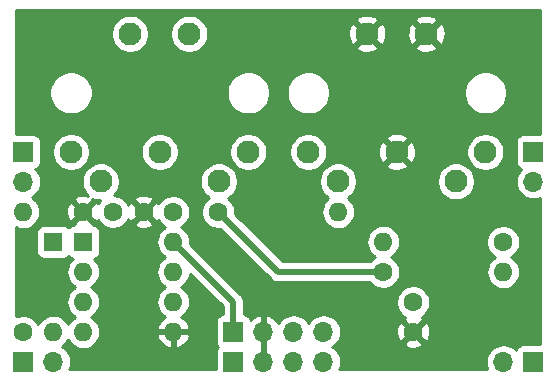
<source format=gbr>
G04 #@! TF.GenerationSoftware,KiCad,Pcbnew,(5.0.0)*
G04 #@! TF.CreationDate,2020-09-09T22:39:45-04:00*
G04 #@! TF.ProjectId,breadboard_midi,6272656164626F6172645F6D6964692E,rev?*
G04 #@! TF.SameCoordinates,Original*
G04 #@! TF.FileFunction,Copper,L2,Bot,Signal*
G04 #@! TF.FilePolarity,Positive*
%FSLAX46Y46*%
G04 Gerber Fmt 4.6, Leading zero omitted, Abs format (unit mm)*
G04 Created by KiCad (PCBNEW (5.0.0)) date 09/09/20 22:39:45*
%MOMM*%
%LPD*%
G01*
G04 APERTURE LIST*
G04 #@! TA.AperFunction,ComponentPad*
%ADD10O,1.700000X1.700000*%
G04 #@! TD*
G04 #@! TA.AperFunction,ComponentPad*
%ADD11R,1.700000X1.700000*%
G04 #@! TD*
G04 #@! TA.AperFunction,ComponentPad*
%ADD12O,1.600000X1.600000*%
G04 #@! TD*
G04 #@! TA.AperFunction,ComponentPad*
%ADD13R,1.600000X1.600000*%
G04 #@! TD*
G04 #@! TA.AperFunction,ComponentPad*
%ADD14C,1.950000*%
G04 #@! TD*
G04 #@! TA.AperFunction,ComponentPad*
%ADD15C,1.600000*%
G04 #@! TD*
G04 #@! TA.AperFunction,Conductor*
%ADD16C,0.500000*%
G04 #@! TD*
G04 #@! TA.AperFunction,Conductor*
%ADD17C,0.254000*%
G04 #@! TD*
G04 APERTURE END LIST*
D10*
G04 #@! TO.P,J4,4*
G04 #@! TO.N,/MIDI_OUT*
X152400000Y-111760000D03*
G04 #@! TO.P,J4,3*
G04 #@! TO.N,/MIDI_IN*
X149860000Y-111760000D03*
G04 #@! TO.P,J4,2*
G04 #@! TO.N,GND*
X147320000Y-111760000D03*
D11*
G04 #@! TO.P,J4,1*
G04 #@! TO.N,+5V*
X144780000Y-111760000D03*
G04 #@! TD*
D12*
G04 #@! TO.P,D1,2*
G04 #@! TO.N,Net-(D1-Pad2)*
X129540000Y-111760000D03*
D13*
G04 #@! TO.P,D1,1*
G04 #@! TO.N,Net-(D1-Pad1)*
X129540000Y-104140000D03*
G04 #@! TD*
D12*
G04 #@! TO.P,U1,8*
G04 #@! TO.N,+5V*
X139700000Y-104140000D03*
G04 #@! TO.P,U1,4*
G04 #@! TO.N,Net-(U1-Pad4)*
X132080000Y-111760000D03*
G04 #@! TO.P,U1,7*
G04 #@! TO.N,Net-(U1-Pad7)*
X139700000Y-106680000D03*
G04 #@! TO.P,U1,3*
G04 #@! TO.N,Net-(D1-Pad2)*
X132080000Y-109220000D03*
G04 #@! TO.P,U1,6*
G04 #@! TO.N,/MIDI_IN*
X139700000Y-109220000D03*
G04 #@! TO.P,U1,2*
G04 #@! TO.N,Net-(D1-Pad1)*
X132080000Y-106680000D03*
G04 #@! TO.P,U1,5*
G04 #@! TO.N,GND*
X139700000Y-111760000D03*
D13*
G04 #@! TO.P,U1,1*
G04 #@! TO.N,Net-(U1-Pad1)*
X132080000Y-104140000D03*
G04 #@! TD*
D10*
G04 #@! TO.P,REF\002A\002A,2*
G04 #@! TO.N,N/C*
X129540000Y-114300000D03*
D11*
G04 #@! TO.P,REF\002A\002A,1*
X127000000Y-114300000D03*
G04 #@! TD*
G04 #@! TO.P,REF\002A\002A,1*
G04 #@! TO.N,N/C*
X127000000Y-96520000D03*
D10*
G04 #@! TO.P,REF\002A\002A,2*
X127000000Y-99060000D03*
G04 #@! TD*
D14*
G04 #@! TO.P,J2,S2*
G04 #@! TO.N,GND*
X156130000Y-86520000D03*
G04 #@! TO.P,J2,S1*
X161130000Y-86520000D03*
G04 #@! TO.P,J2,3*
G04 #@! TO.N,Net-(J2-Pad3)*
X166130000Y-96520000D03*
G04 #@! TO.P,J2,5*
G04 #@! TO.N,Net-(J2-Pad5)*
X163630000Y-99020000D03*
G04 #@! TO.P,J2,1*
G04 #@! TO.N,Net-(J2-Pad1)*
X151130000Y-96520000D03*
G04 #@! TO.P,J2,4*
G04 #@! TO.N,Net-(J2-Pad4)*
X153630000Y-99020000D03*
G04 #@! TO.P,J2,2*
G04 #@! TO.N,GND*
X158630000Y-96520000D03*
G04 #@! TD*
D11*
G04 #@! TO.P,REF\002A\002A,1*
G04 #@! TO.N,N/C*
X170180000Y-114300000D03*
D10*
G04 #@! TO.P,REF\002A\002A,2*
X167640000Y-114300000D03*
G04 #@! TD*
G04 #@! TO.P,REF\002A\002A,2*
G04 #@! TO.N,N/C*
X170180000Y-99060000D03*
D11*
G04 #@! TO.P,REF\002A\002A,1*
X170180000Y-96520000D03*
G04 #@! TD*
D12*
G04 #@! TO.P,R4,2*
G04 #@! TO.N,Net-(J2-Pad4)*
X167640000Y-106680000D03*
D15*
G04 #@! TO.P,R4,1*
G04 #@! TO.N,+5V*
X157480000Y-106680000D03*
G04 #@! TD*
D12*
G04 #@! TO.P,R3,2*
G04 #@! TO.N,Net-(R3-Pad2)*
X157480000Y-104140000D03*
D15*
G04 #@! TO.P,R3,1*
G04 #@! TO.N,Net-(J2-Pad5)*
X167640000Y-104140000D03*
G04 #@! TD*
D12*
G04 #@! TO.P,R2,2*
G04 #@! TO.N,Net-(J1-Pad4)*
X127000000Y-101600000D03*
D15*
G04 #@! TO.P,R2,1*
G04 #@! TO.N,Net-(D1-Pad1)*
X127000000Y-111760000D03*
G04 #@! TD*
D12*
G04 #@! TO.P,R1,2*
G04 #@! TO.N,/MIDI_IN*
X153670000Y-101600000D03*
D15*
G04 #@! TO.P,R1,1*
G04 #@! TO.N,+5V*
X143510000Y-101600000D03*
G04 #@! TD*
D10*
G04 #@! TO.P,J3,4*
G04 #@! TO.N,/MIDI_OUT*
X152400000Y-114300000D03*
G04 #@! TO.P,J3,3*
G04 #@! TO.N,/MIDI_IN*
X149860000Y-114300000D03*
G04 #@! TO.P,J3,2*
G04 #@! TO.N,GND*
X147320000Y-114300000D03*
D11*
G04 #@! TO.P,J3,1*
G04 #@! TO.N,+5V*
X144780000Y-114300000D03*
G04 #@! TD*
D14*
G04 #@! TO.P,J1,S2*
G04 #@! TO.N,Net-(C2-Pad1)*
X136050000Y-86520000D03*
G04 #@! TO.P,J1,S1*
X141050000Y-86520000D03*
G04 #@! TO.P,J1,3*
G04 #@! TO.N,Net-(J1-Pad3)*
X146050000Y-96520000D03*
G04 #@! TO.P,J1,5*
G04 #@! TO.N,Net-(D1-Pad2)*
X143550000Y-99020000D03*
G04 #@! TO.P,J1,1*
G04 #@! TO.N,Net-(J1-Pad1)*
X131050000Y-96520000D03*
G04 #@! TO.P,J1,4*
G04 #@! TO.N,Net-(J1-Pad4)*
X133550000Y-99020000D03*
G04 #@! TO.P,J1,2*
G04 #@! TO.N,Net-(C1-Pad1)*
X138550000Y-96520000D03*
G04 #@! TD*
D15*
G04 #@! TO.P,C3,2*
G04 #@! TO.N,+5V*
X160020000Y-109260000D03*
G04 #@! TO.P,C3,1*
G04 #@! TO.N,GND*
X160020000Y-111760000D03*
G04 #@! TD*
G04 #@! TO.P,C2,2*
G04 #@! TO.N,GND*
X137200000Y-101600000D03*
G04 #@! TO.P,C2,1*
G04 #@! TO.N,Net-(C2-Pad1)*
X139700000Y-101600000D03*
G04 #@! TD*
G04 #@! TO.P,C1,2*
G04 #@! TO.N,GND*
X132080000Y-101600000D03*
G04 #@! TO.P,C1,1*
G04 #@! TO.N,Net-(C1-Pad1)*
X134580000Y-101600000D03*
G04 #@! TD*
D16*
G04 #@! TO.N,+5V*
X144780000Y-109220000D02*
X139700000Y-104140000D01*
X144780000Y-111760000D02*
X144780000Y-109220000D01*
X148590000Y-106680000D02*
X143510000Y-101600000D01*
X157480000Y-106680000D02*
X148590000Y-106680000D01*
G04 #@! TD*
D17*
G04 #@! TO.N,GND*
G36*
X170765000Y-95031928D02*
X169330000Y-95031928D01*
X169205518Y-95044188D01*
X169085820Y-95080498D01*
X168975506Y-95139463D01*
X168878815Y-95218815D01*
X168799463Y-95315506D01*
X168740498Y-95425820D01*
X168704188Y-95545518D01*
X168691928Y-95670000D01*
X168691928Y-97370000D01*
X168704188Y-97494482D01*
X168740498Y-97614180D01*
X168799463Y-97724494D01*
X168878815Y-97821185D01*
X168975506Y-97900537D01*
X169085820Y-97959502D01*
X169154687Y-97980393D01*
X169124866Y-98004866D01*
X168939294Y-98230986D01*
X168801401Y-98488966D01*
X168716487Y-98768889D01*
X168687815Y-99060000D01*
X168716487Y-99351111D01*
X168801401Y-99631034D01*
X168939294Y-99889014D01*
X169124866Y-100115134D01*
X169350986Y-100300706D01*
X169608966Y-100438599D01*
X169888889Y-100523513D01*
X170107050Y-100545000D01*
X170252950Y-100545000D01*
X170471111Y-100523513D01*
X170751034Y-100438599D01*
X170765001Y-100431134D01*
X170765001Y-112811928D01*
X169330000Y-112811928D01*
X169205518Y-112824188D01*
X169085820Y-112860498D01*
X168975506Y-112919463D01*
X168878815Y-112998815D01*
X168799463Y-113095506D01*
X168740498Y-113205820D01*
X168719607Y-113274687D01*
X168695134Y-113244866D01*
X168469014Y-113059294D01*
X168211034Y-112921401D01*
X167931111Y-112836487D01*
X167712950Y-112815000D01*
X167567050Y-112815000D01*
X167348889Y-112836487D01*
X167068966Y-112921401D01*
X166810986Y-113059294D01*
X166584866Y-113244866D01*
X166399294Y-113470986D01*
X166261401Y-113728966D01*
X166176487Y-114008889D01*
X166147815Y-114300000D01*
X166176487Y-114591111D01*
X166261401Y-114871034D01*
X166268866Y-114885000D01*
X153771134Y-114885000D01*
X153778599Y-114871034D01*
X153863513Y-114591111D01*
X153892185Y-114300000D01*
X153863513Y-114008889D01*
X153778599Y-113728966D01*
X153640706Y-113470986D01*
X153455134Y-113244866D01*
X153229014Y-113059294D01*
X153174209Y-113030000D01*
X153229014Y-113000706D01*
X153455134Y-112815134D01*
X153506370Y-112752702D01*
X159206903Y-112752702D01*
X159278486Y-112996671D01*
X159533996Y-113117571D01*
X159808184Y-113186300D01*
X160090512Y-113200217D01*
X160370130Y-113158787D01*
X160636292Y-113063603D01*
X160761514Y-112996671D01*
X160833097Y-112752702D01*
X160020000Y-111939605D01*
X159206903Y-112752702D01*
X153506370Y-112752702D01*
X153640706Y-112589014D01*
X153778599Y-112331034D01*
X153863513Y-112051111D01*
X153885240Y-111830512D01*
X158579783Y-111830512D01*
X158621213Y-112110130D01*
X158716397Y-112376292D01*
X158783329Y-112501514D01*
X159027298Y-112573097D01*
X159840395Y-111760000D01*
X160199605Y-111760000D01*
X161012702Y-112573097D01*
X161256671Y-112501514D01*
X161377571Y-112246004D01*
X161446300Y-111971816D01*
X161460217Y-111689488D01*
X161418787Y-111409870D01*
X161323603Y-111143708D01*
X161256671Y-111018486D01*
X161012702Y-110946903D01*
X160199605Y-111760000D01*
X159840395Y-111760000D01*
X159027298Y-110946903D01*
X158783329Y-111018486D01*
X158662429Y-111273996D01*
X158593700Y-111548184D01*
X158579783Y-111830512D01*
X153885240Y-111830512D01*
X153892185Y-111760000D01*
X153863513Y-111468889D01*
X153778599Y-111188966D01*
X153640706Y-110930986D01*
X153455134Y-110704866D01*
X153229014Y-110519294D01*
X152971034Y-110381401D01*
X152691111Y-110296487D01*
X152472950Y-110275000D01*
X152327050Y-110275000D01*
X152108889Y-110296487D01*
X151828966Y-110381401D01*
X151570986Y-110519294D01*
X151344866Y-110704866D01*
X151159294Y-110930986D01*
X151130000Y-110985791D01*
X151100706Y-110930986D01*
X150915134Y-110704866D01*
X150689014Y-110519294D01*
X150431034Y-110381401D01*
X150151111Y-110296487D01*
X149932950Y-110275000D01*
X149787050Y-110275000D01*
X149568889Y-110296487D01*
X149288966Y-110381401D01*
X149030986Y-110519294D01*
X148804866Y-110704866D01*
X148619294Y-110930986D01*
X148584799Y-110995523D01*
X148515178Y-110878645D01*
X148320269Y-110662412D01*
X148086920Y-110488359D01*
X147824099Y-110363175D01*
X147676890Y-110318524D01*
X147447000Y-110439845D01*
X147447000Y-111633000D01*
X147467000Y-111633000D01*
X147467000Y-111887000D01*
X147447000Y-111887000D01*
X147447000Y-114173000D01*
X147467000Y-114173000D01*
X147467000Y-114427000D01*
X147447000Y-114427000D01*
X147447000Y-114447000D01*
X147193000Y-114447000D01*
X147193000Y-114427000D01*
X147173000Y-114427000D01*
X147173000Y-114173000D01*
X147193000Y-114173000D01*
X147193000Y-111887000D01*
X147173000Y-111887000D01*
X147173000Y-111633000D01*
X147193000Y-111633000D01*
X147193000Y-110439845D01*
X146963110Y-110318524D01*
X146815901Y-110363175D01*
X146553080Y-110488359D01*
X146319731Y-110662412D01*
X146243966Y-110746466D01*
X146219502Y-110665820D01*
X146160537Y-110555506D01*
X146081185Y-110458815D01*
X145984494Y-110379463D01*
X145874180Y-110320498D01*
X145754482Y-110284188D01*
X145665000Y-110275375D01*
X145665000Y-109263469D01*
X145669281Y-109220000D01*
X145665000Y-109176531D01*
X145665000Y-109176523D01*
X145659302Y-109118665D01*
X158585000Y-109118665D01*
X158585000Y-109401335D01*
X158640147Y-109678574D01*
X158748320Y-109939727D01*
X158905363Y-110174759D01*
X159105241Y-110374637D01*
X159305869Y-110508692D01*
X159278486Y-110523329D01*
X159206903Y-110767298D01*
X160020000Y-111580395D01*
X160833097Y-110767298D01*
X160761514Y-110523329D01*
X160732659Y-110509676D01*
X160934759Y-110374637D01*
X161134637Y-110174759D01*
X161291680Y-109939727D01*
X161399853Y-109678574D01*
X161455000Y-109401335D01*
X161455000Y-109118665D01*
X161399853Y-108841426D01*
X161291680Y-108580273D01*
X161134637Y-108345241D01*
X160934759Y-108145363D01*
X160699727Y-107988320D01*
X160438574Y-107880147D01*
X160161335Y-107825000D01*
X159878665Y-107825000D01*
X159601426Y-107880147D01*
X159340273Y-107988320D01*
X159105241Y-108145363D01*
X158905363Y-108345241D01*
X158748320Y-108580273D01*
X158640147Y-108841426D01*
X158585000Y-109118665D01*
X145659302Y-109118665D01*
X145652195Y-109046510D01*
X145601589Y-108879687D01*
X145519411Y-108725941D01*
X145408817Y-108591183D01*
X145375049Y-108563470D01*
X141124875Y-104313296D01*
X141141943Y-104140000D01*
X141114236Y-103858691D01*
X141032182Y-103588192D01*
X140898932Y-103338899D01*
X140719608Y-103120392D01*
X140501101Y-102941068D01*
X140374971Y-102873650D01*
X140379727Y-102871680D01*
X140614759Y-102714637D01*
X140814637Y-102514759D01*
X140971680Y-102279727D01*
X141079853Y-102018574D01*
X141135000Y-101741335D01*
X141135000Y-101458665D01*
X141079853Y-101181426D01*
X140971680Y-100920273D01*
X140814637Y-100685241D01*
X140614759Y-100485363D01*
X140379727Y-100328320D01*
X140118574Y-100220147D01*
X139841335Y-100165000D01*
X139558665Y-100165000D01*
X139281426Y-100220147D01*
X139020273Y-100328320D01*
X138785241Y-100485363D01*
X138585363Y-100685241D01*
X138451308Y-100885869D01*
X138436671Y-100858486D01*
X138192702Y-100786903D01*
X137379605Y-101600000D01*
X138192702Y-102413097D01*
X138436671Y-102341514D01*
X138450324Y-102312659D01*
X138585363Y-102514759D01*
X138785241Y-102714637D01*
X139020273Y-102871680D01*
X139025029Y-102873650D01*
X138898899Y-102941068D01*
X138680392Y-103120392D01*
X138501068Y-103338899D01*
X138367818Y-103588192D01*
X138285764Y-103858691D01*
X138258057Y-104140000D01*
X138285764Y-104421309D01*
X138367818Y-104691808D01*
X138501068Y-104941101D01*
X138680392Y-105159608D01*
X138898899Y-105338932D01*
X139031858Y-105410000D01*
X138898899Y-105481068D01*
X138680392Y-105660392D01*
X138501068Y-105878899D01*
X138367818Y-106128192D01*
X138285764Y-106398691D01*
X138258057Y-106680000D01*
X138285764Y-106961309D01*
X138367818Y-107231808D01*
X138501068Y-107481101D01*
X138680392Y-107699608D01*
X138898899Y-107878932D01*
X139031858Y-107950000D01*
X138898899Y-108021068D01*
X138680392Y-108200392D01*
X138501068Y-108418899D01*
X138367818Y-108668192D01*
X138285764Y-108938691D01*
X138258057Y-109220000D01*
X138285764Y-109501309D01*
X138367818Y-109771808D01*
X138501068Y-110021101D01*
X138680392Y-110239608D01*
X138898899Y-110418932D01*
X139036682Y-110492579D01*
X138844869Y-110607615D01*
X138636481Y-110796586D01*
X138468963Y-111022580D01*
X138348754Y-111276913D01*
X138308096Y-111410961D01*
X138430085Y-111633000D01*
X139573000Y-111633000D01*
X139573000Y-111613000D01*
X139827000Y-111613000D01*
X139827000Y-111633000D01*
X140969915Y-111633000D01*
X141091904Y-111410961D01*
X141051246Y-111276913D01*
X140931037Y-111022580D01*
X140763519Y-110796586D01*
X140555131Y-110607615D01*
X140363318Y-110492579D01*
X140501101Y-110418932D01*
X140719608Y-110239608D01*
X140898932Y-110021101D01*
X141032182Y-109771808D01*
X141114236Y-109501309D01*
X141141943Y-109220000D01*
X141114236Y-108938691D01*
X141032182Y-108668192D01*
X140898932Y-108418899D01*
X140719608Y-108200392D01*
X140501101Y-108021068D01*
X140368142Y-107950000D01*
X140501101Y-107878932D01*
X140719608Y-107699608D01*
X140898932Y-107481101D01*
X141032182Y-107231808D01*
X141114236Y-106961309D01*
X141128178Y-106819756D01*
X143895001Y-109586580D01*
X143895001Y-110275375D01*
X143805518Y-110284188D01*
X143685820Y-110320498D01*
X143575506Y-110379463D01*
X143478815Y-110458815D01*
X143399463Y-110555506D01*
X143340498Y-110665820D01*
X143304188Y-110785518D01*
X143291928Y-110910000D01*
X143291928Y-112610000D01*
X143304188Y-112734482D01*
X143340498Y-112854180D01*
X143399463Y-112964494D01*
X143453222Y-113030000D01*
X143399463Y-113095506D01*
X143340498Y-113205820D01*
X143304188Y-113325518D01*
X143291928Y-113450000D01*
X143291928Y-114885000D01*
X130911134Y-114885000D01*
X130918599Y-114871034D01*
X131003513Y-114591111D01*
X131032185Y-114300000D01*
X131003513Y-114008889D01*
X130918599Y-113728966D01*
X130780706Y-113470986D01*
X130595134Y-113244866D01*
X130369014Y-113059294D01*
X130261175Y-113001653D01*
X130341101Y-112958932D01*
X130559608Y-112779608D01*
X130738932Y-112561101D01*
X130810000Y-112428142D01*
X130881068Y-112561101D01*
X131060392Y-112779608D01*
X131278899Y-112958932D01*
X131528192Y-113092182D01*
X131798691Y-113174236D01*
X132009508Y-113195000D01*
X132150492Y-113195000D01*
X132361309Y-113174236D01*
X132631808Y-113092182D01*
X132881101Y-112958932D01*
X133099608Y-112779608D01*
X133278932Y-112561101D01*
X133412182Y-112311808D01*
X133473690Y-112109039D01*
X138308096Y-112109039D01*
X138348754Y-112243087D01*
X138468963Y-112497420D01*
X138636481Y-112723414D01*
X138844869Y-112912385D01*
X139086119Y-113057070D01*
X139350960Y-113151909D01*
X139573000Y-113030624D01*
X139573000Y-111887000D01*
X139827000Y-111887000D01*
X139827000Y-113030624D01*
X140049040Y-113151909D01*
X140313881Y-113057070D01*
X140555131Y-112912385D01*
X140763519Y-112723414D01*
X140931037Y-112497420D01*
X141051246Y-112243087D01*
X141091904Y-112109039D01*
X140969915Y-111887000D01*
X139827000Y-111887000D01*
X139573000Y-111887000D01*
X138430085Y-111887000D01*
X138308096Y-112109039D01*
X133473690Y-112109039D01*
X133494236Y-112041309D01*
X133521943Y-111760000D01*
X133494236Y-111478691D01*
X133412182Y-111208192D01*
X133278932Y-110958899D01*
X133099608Y-110740392D01*
X132881101Y-110561068D01*
X132748142Y-110490000D01*
X132881101Y-110418932D01*
X133099608Y-110239608D01*
X133278932Y-110021101D01*
X133412182Y-109771808D01*
X133494236Y-109501309D01*
X133521943Y-109220000D01*
X133494236Y-108938691D01*
X133412182Y-108668192D01*
X133278932Y-108418899D01*
X133099608Y-108200392D01*
X132881101Y-108021068D01*
X132748142Y-107950000D01*
X132881101Y-107878932D01*
X133099608Y-107699608D01*
X133278932Y-107481101D01*
X133412182Y-107231808D01*
X133494236Y-106961309D01*
X133521943Y-106680000D01*
X133494236Y-106398691D01*
X133412182Y-106128192D01*
X133278932Y-105878899D01*
X133099608Y-105660392D01*
X132986518Y-105567581D01*
X133004482Y-105565812D01*
X133124180Y-105529502D01*
X133234494Y-105470537D01*
X133331185Y-105391185D01*
X133410537Y-105294494D01*
X133469502Y-105184180D01*
X133505812Y-105064482D01*
X133518072Y-104940000D01*
X133518072Y-103340000D01*
X133505812Y-103215518D01*
X133469502Y-103095820D01*
X133410537Y-102985506D01*
X133331185Y-102888815D01*
X133234494Y-102809463D01*
X133124180Y-102750498D01*
X133004482Y-102714188D01*
X132880000Y-102701928D01*
X132861049Y-102701928D01*
X132893097Y-102592702D01*
X132080000Y-101779605D01*
X131266903Y-102592702D01*
X131298951Y-102701928D01*
X131280000Y-102701928D01*
X131155518Y-102714188D01*
X131035820Y-102750498D01*
X130925506Y-102809463D01*
X130828815Y-102888815D01*
X130810000Y-102911741D01*
X130791185Y-102888815D01*
X130694494Y-102809463D01*
X130584180Y-102750498D01*
X130464482Y-102714188D01*
X130340000Y-102701928D01*
X128740000Y-102701928D01*
X128615518Y-102714188D01*
X128495820Y-102750498D01*
X128385506Y-102809463D01*
X128288815Y-102888815D01*
X128209463Y-102985506D01*
X128150498Y-103095820D01*
X128114188Y-103215518D01*
X128101928Y-103340000D01*
X128101928Y-104940000D01*
X128114188Y-105064482D01*
X128150498Y-105184180D01*
X128209463Y-105294494D01*
X128288815Y-105391185D01*
X128385506Y-105470537D01*
X128495820Y-105529502D01*
X128615518Y-105565812D01*
X128740000Y-105578072D01*
X130340000Y-105578072D01*
X130464482Y-105565812D01*
X130584180Y-105529502D01*
X130694494Y-105470537D01*
X130791185Y-105391185D01*
X130810000Y-105368259D01*
X130828815Y-105391185D01*
X130925506Y-105470537D01*
X131035820Y-105529502D01*
X131155518Y-105565812D01*
X131173482Y-105567581D01*
X131060392Y-105660392D01*
X130881068Y-105878899D01*
X130747818Y-106128192D01*
X130665764Y-106398691D01*
X130638057Y-106680000D01*
X130665764Y-106961309D01*
X130747818Y-107231808D01*
X130881068Y-107481101D01*
X131060392Y-107699608D01*
X131278899Y-107878932D01*
X131411858Y-107950000D01*
X131278899Y-108021068D01*
X131060392Y-108200392D01*
X130881068Y-108418899D01*
X130747818Y-108668192D01*
X130665764Y-108938691D01*
X130638057Y-109220000D01*
X130665764Y-109501309D01*
X130747818Y-109771808D01*
X130881068Y-110021101D01*
X131060392Y-110239608D01*
X131278899Y-110418932D01*
X131411858Y-110490000D01*
X131278899Y-110561068D01*
X131060392Y-110740392D01*
X130881068Y-110958899D01*
X130810000Y-111091858D01*
X130738932Y-110958899D01*
X130559608Y-110740392D01*
X130341101Y-110561068D01*
X130091808Y-110427818D01*
X129821309Y-110345764D01*
X129610492Y-110325000D01*
X129469508Y-110325000D01*
X129258691Y-110345764D01*
X128988192Y-110427818D01*
X128738899Y-110561068D01*
X128520392Y-110740392D01*
X128341068Y-110958899D01*
X128273650Y-111085029D01*
X128271680Y-111080273D01*
X128114637Y-110845241D01*
X127914759Y-110645363D01*
X127679727Y-110488320D01*
X127418574Y-110380147D01*
X127141335Y-110325000D01*
X126858665Y-110325000D01*
X126581426Y-110380147D01*
X126415000Y-110449083D01*
X126415000Y-102914440D01*
X126448192Y-102932182D01*
X126718691Y-103014236D01*
X126929508Y-103035000D01*
X127070492Y-103035000D01*
X127281309Y-103014236D01*
X127551808Y-102932182D01*
X127801101Y-102798932D01*
X128019608Y-102619608D01*
X128198932Y-102401101D01*
X128332182Y-102151808D01*
X128414236Y-101881309D01*
X128434998Y-101670512D01*
X130639783Y-101670512D01*
X130681213Y-101950130D01*
X130776397Y-102216292D01*
X130843329Y-102341514D01*
X131087298Y-102413097D01*
X131900395Y-101600000D01*
X131087298Y-100786903D01*
X130843329Y-100858486D01*
X130722429Y-101113996D01*
X130653700Y-101388184D01*
X130639783Y-101670512D01*
X128434998Y-101670512D01*
X128441943Y-101600000D01*
X128414236Y-101318691D01*
X128332182Y-101048192D01*
X128198932Y-100798899D01*
X128041690Y-100607298D01*
X131266903Y-100607298D01*
X132080000Y-101420395D01*
X132893097Y-100607298D01*
X132854104Y-100474402D01*
X133080380Y-100568129D01*
X133391429Y-100630000D01*
X133520604Y-100630000D01*
X133465363Y-100685241D01*
X133331308Y-100885869D01*
X133316671Y-100858486D01*
X133072702Y-100786903D01*
X132259605Y-101600000D01*
X133072702Y-102413097D01*
X133316671Y-102341514D01*
X133330324Y-102312659D01*
X133465363Y-102514759D01*
X133665241Y-102714637D01*
X133900273Y-102871680D01*
X134161426Y-102979853D01*
X134438665Y-103035000D01*
X134721335Y-103035000D01*
X134998574Y-102979853D01*
X135259727Y-102871680D01*
X135494759Y-102714637D01*
X135616694Y-102592702D01*
X136386903Y-102592702D01*
X136458486Y-102836671D01*
X136713996Y-102957571D01*
X136988184Y-103026300D01*
X137270512Y-103040217D01*
X137550130Y-102998787D01*
X137816292Y-102903603D01*
X137941514Y-102836671D01*
X138013097Y-102592702D01*
X137200000Y-101779605D01*
X136386903Y-102592702D01*
X135616694Y-102592702D01*
X135694637Y-102514759D01*
X135851680Y-102279727D01*
X135887852Y-102192399D01*
X135896397Y-102216292D01*
X135963329Y-102341514D01*
X136207298Y-102413097D01*
X137020395Y-101600000D01*
X136207298Y-100786903D01*
X135963329Y-100858486D01*
X135890149Y-101013145D01*
X135851680Y-100920273D01*
X135694637Y-100685241D01*
X135616694Y-100607298D01*
X136386903Y-100607298D01*
X137200000Y-101420395D01*
X138013097Y-100607298D01*
X137941514Y-100363329D01*
X137686004Y-100242429D01*
X137411816Y-100173700D01*
X137129488Y-100159783D01*
X136849870Y-100201213D01*
X136583708Y-100296397D01*
X136458486Y-100363329D01*
X136386903Y-100607298D01*
X135616694Y-100607298D01*
X135494759Y-100485363D01*
X135259727Y-100328320D01*
X134998574Y-100220147D01*
X134721335Y-100165000D01*
X134681884Y-100165000D01*
X134800569Y-100046315D01*
X134976763Y-99782621D01*
X135098129Y-99489620D01*
X135160000Y-99178571D01*
X135160000Y-98861429D01*
X141940000Y-98861429D01*
X141940000Y-99178571D01*
X142001871Y-99489620D01*
X142123237Y-99782621D01*
X142299431Y-100046315D01*
X142523685Y-100270569D01*
X142720195Y-100401872D01*
X142595241Y-100485363D01*
X142395363Y-100685241D01*
X142238320Y-100920273D01*
X142130147Y-101181426D01*
X142075000Y-101458665D01*
X142075000Y-101741335D01*
X142130147Y-102018574D01*
X142238320Y-102279727D01*
X142395363Y-102514759D01*
X142595241Y-102714637D01*
X142830273Y-102871680D01*
X143091426Y-102979853D01*
X143368665Y-103035000D01*
X143651335Y-103035000D01*
X143686439Y-103028017D01*
X147933470Y-107275049D01*
X147961183Y-107308817D01*
X147994951Y-107336530D01*
X147994953Y-107336532D01*
X148023216Y-107359727D01*
X148095941Y-107419411D01*
X148249687Y-107501589D01*
X148416510Y-107552195D01*
X148546523Y-107565000D01*
X148546531Y-107565000D01*
X148590000Y-107569281D01*
X148633469Y-107565000D01*
X156345479Y-107565000D01*
X156365363Y-107594759D01*
X156565241Y-107794637D01*
X156800273Y-107951680D01*
X157061426Y-108059853D01*
X157338665Y-108115000D01*
X157621335Y-108115000D01*
X157898574Y-108059853D01*
X158159727Y-107951680D01*
X158394759Y-107794637D01*
X158594637Y-107594759D01*
X158751680Y-107359727D01*
X158859853Y-107098574D01*
X158915000Y-106821335D01*
X158915000Y-106680000D01*
X166198057Y-106680000D01*
X166225764Y-106961309D01*
X166307818Y-107231808D01*
X166441068Y-107481101D01*
X166620392Y-107699608D01*
X166838899Y-107878932D01*
X167088192Y-108012182D01*
X167358691Y-108094236D01*
X167569508Y-108115000D01*
X167710492Y-108115000D01*
X167921309Y-108094236D01*
X168191808Y-108012182D01*
X168441101Y-107878932D01*
X168659608Y-107699608D01*
X168838932Y-107481101D01*
X168972182Y-107231808D01*
X169054236Y-106961309D01*
X169081943Y-106680000D01*
X169054236Y-106398691D01*
X168972182Y-106128192D01*
X168838932Y-105878899D01*
X168659608Y-105660392D01*
X168441101Y-105481068D01*
X168314971Y-105413650D01*
X168319727Y-105411680D01*
X168554759Y-105254637D01*
X168754637Y-105054759D01*
X168911680Y-104819727D01*
X169019853Y-104558574D01*
X169075000Y-104281335D01*
X169075000Y-103998665D01*
X169019853Y-103721426D01*
X168911680Y-103460273D01*
X168754637Y-103225241D01*
X168554759Y-103025363D01*
X168319727Y-102868320D01*
X168058574Y-102760147D01*
X167781335Y-102705000D01*
X167498665Y-102705000D01*
X167221426Y-102760147D01*
X166960273Y-102868320D01*
X166725241Y-103025363D01*
X166525363Y-103225241D01*
X166368320Y-103460273D01*
X166260147Y-103721426D01*
X166205000Y-103998665D01*
X166205000Y-104281335D01*
X166260147Y-104558574D01*
X166368320Y-104819727D01*
X166525363Y-105054759D01*
X166725241Y-105254637D01*
X166960273Y-105411680D01*
X166965029Y-105413650D01*
X166838899Y-105481068D01*
X166620392Y-105660392D01*
X166441068Y-105878899D01*
X166307818Y-106128192D01*
X166225764Y-106398691D01*
X166198057Y-106680000D01*
X158915000Y-106680000D01*
X158915000Y-106538665D01*
X158859853Y-106261426D01*
X158751680Y-106000273D01*
X158594637Y-105765241D01*
X158394759Y-105565363D01*
X158159727Y-105408320D01*
X158154971Y-105406350D01*
X158281101Y-105338932D01*
X158499608Y-105159608D01*
X158678932Y-104941101D01*
X158812182Y-104691808D01*
X158894236Y-104421309D01*
X158921943Y-104140000D01*
X158894236Y-103858691D01*
X158812182Y-103588192D01*
X158678932Y-103338899D01*
X158499608Y-103120392D01*
X158281101Y-102941068D01*
X158031808Y-102807818D01*
X157761309Y-102725764D01*
X157550492Y-102705000D01*
X157409508Y-102705000D01*
X157198691Y-102725764D01*
X156928192Y-102807818D01*
X156678899Y-102941068D01*
X156460392Y-103120392D01*
X156281068Y-103338899D01*
X156147818Y-103588192D01*
X156065764Y-103858691D01*
X156038057Y-104140000D01*
X156065764Y-104421309D01*
X156147818Y-104691808D01*
X156281068Y-104941101D01*
X156460392Y-105159608D01*
X156678899Y-105338932D01*
X156805029Y-105406350D01*
X156800273Y-105408320D01*
X156565241Y-105565363D01*
X156365363Y-105765241D01*
X156345479Y-105795000D01*
X148956579Y-105795000D01*
X144938017Y-101776439D01*
X144945000Y-101741335D01*
X144945000Y-101458665D01*
X144889853Y-101181426D01*
X144781680Y-100920273D01*
X144624637Y-100685241D01*
X144424759Y-100485363D01*
X144339805Y-100428599D01*
X144576315Y-100270569D01*
X144800569Y-100046315D01*
X144976763Y-99782621D01*
X145098129Y-99489620D01*
X145160000Y-99178571D01*
X145160000Y-98861429D01*
X152020000Y-98861429D01*
X152020000Y-99178571D01*
X152081871Y-99489620D01*
X152203237Y-99782621D01*
X152379431Y-100046315D01*
X152603685Y-100270569D01*
X152837525Y-100426816D01*
X152650392Y-100580392D01*
X152471068Y-100798899D01*
X152337818Y-101048192D01*
X152255764Y-101318691D01*
X152228057Y-101600000D01*
X152255764Y-101881309D01*
X152337818Y-102151808D01*
X152471068Y-102401101D01*
X152650392Y-102619608D01*
X152868899Y-102798932D01*
X153118192Y-102932182D01*
X153388691Y-103014236D01*
X153599508Y-103035000D01*
X153740492Y-103035000D01*
X153951309Y-103014236D01*
X154221808Y-102932182D01*
X154471101Y-102798932D01*
X154689608Y-102619608D01*
X154868932Y-102401101D01*
X155002182Y-102151808D01*
X155084236Y-101881309D01*
X155111943Y-101600000D01*
X155084236Y-101318691D01*
X155002182Y-101048192D01*
X154868932Y-100798899D01*
X154689608Y-100580392D01*
X154471101Y-100401068D01*
X154465494Y-100398071D01*
X154656315Y-100270569D01*
X154880569Y-100046315D01*
X155056763Y-99782621D01*
X155178129Y-99489620D01*
X155240000Y-99178571D01*
X155240000Y-98861429D01*
X162020000Y-98861429D01*
X162020000Y-99178571D01*
X162081871Y-99489620D01*
X162203237Y-99782621D01*
X162379431Y-100046315D01*
X162603685Y-100270569D01*
X162867379Y-100446763D01*
X163160380Y-100568129D01*
X163471429Y-100630000D01*
X163788571Y-100630000D01*
X164099620Y-100568129D01*
X164392621Y-100446763D01*
X164656315Y-100270569D01*
X164880569Y-100046315D01*
X165056763Y-99782621D01*
X165178129Y-99489620D01*
X165240000Y-99178571D01*
X165240000Y-98861429D01*
X165178129Y-98550380D01*
X165056763Y-98257379D01*
X164880569Y-97993685D01*
X164656315Y-97769431D01*
X164392621Y-97593237D01*
X164099620Y-97471871D01*
X163788571Y-97410000D01*
X163471429Y-97410000D01*
X163160380Y-97471871D01*
X162867379Y-97593237D01*
X162603685Y-97769431D01*
X162379431Y-97993685D01*
X162203237Y-98257379D01*
X162081871Y-98550380D01*
X162020000Y-98861429D01*
X155240000Y-98861429D01*
X155178129Y-98550380D01*
X155056763Y-98257379D01*
X154880569Y-97993685D01*
X154656315Y-97769431D01*
X154458992Y-97637584D01*
X157692021Y-97637584D01*
X157784766Y-97899429D01*
X158070120Y-98037820D01*
X158376990Y-98117883D01*
X158693584Y-98136540D01*
X159007733Y-98093074D01*
X159307367Y-97989156D01*
X159475234Y-97899429D01*
X159567979Y-97637584D01*
X158630000Y-96699605D01*
X157692021Y-97637584D01*
X154458992Y-97637584D01*
X154392621Y-97593237D01*
X154099620Y-97471871D01*
X153788571Y-97410000D01*
X153471429Y-97410000D01*
X153160380Y-97471871D01*
X152867379Y-97593237D01*
X152603685Y-97769431D01*
X152379431Y-97993685D01*
X152203237Y-98257379D01*
X152081871Y-98550380D01*
X152020000Y-98861429D01*
X145160000Y-98861429D01*
X145098129Y-98550380D01*
X144976763Y-98257379D01*
X144800569Y-97993685D01*
X144576315Y-97769431D01*
X144312621Y-97593237D01*
X144019620Y-97471871D01*
X143708571Y-97410000D01*
X143391429Y-97410000D01*
X143080380Y-97471871D01*
X142787379Y-97593237D01*
X142523685Y-97769431D01*
X142299431Y-97993685D01*
X142123237Y-98257379D01*
X142001871Y-98550380D01*
X141940000Y-98861429D01*
X135160000Y-98861429D01*
X135098129Y-98550380D01*
X134976763Y-98257379D01*
X134800569Y-97993685D01*
X134576315Y-97769431D01*
X134312621Y-97593237D01*
X134019620Y-97471871D01*
X133708571Y-97410000D01*
X133391429Y-97410000D01*
X133080380Y-97471871D01*
X132787379Y-97593237D01*
X132523685Y-97769431D01*
X132299431Y-97993685D01*
X132123237Y-98257379D01*
X132001871Y-98550380D01*
X131940000Y-98861429D01*
X131940000Y-99178571D01*
X132001871Y-99489620D01*
X132123237Y-99782621D01*
X132299431Y-100046315D01*
X132471975Y-100218859D01*
X132291816Y-100173700D01*
X132009488Y-100159783D01*
X131729870Y-100201213D01*
X131463708Y-100296397D01*
X131338486Y-100363329D01*
X131266903Y-100607298D01*
X128041690Y-100607298D01*
X128019608Y-100580392D01*
X127801101Y-100401068D01*
X127721175Y-100358347D01*
X127829014Y-100300706D01*
X128055134Y-100115134D01*
X128240706Y-99889014D01*
X128378599Y-99631034D01*
X128463513Y-99351111D01*
X128492185Y-99060000D01*
X128463513Y-98768889D01*
X128378599Y-98488966D01*
X128240706Y-98230986D01*
X128055134Y-98004866D01*
X128025313Y-97980393D01*
X128094180Y-97959502D01*
X128204494Y-97900537D01*
X128301185Y-97821185D01*
X128380537Y-97724494D01*
X128439502Y-97614180D01*
X128475812Y-97494482D01*
X128488072Y-97370000D01*
X128488072Y-96361429D01*
X129440000Y-96361429D01*
X129440000Y-96678571D01*
X129501871Y-96989620D01*
X129623237Y-97282621D01*
X129799431Y-97546315D01*
X130023685Y-97770569D01*
X130287379Y-97946763D01*
X130580380Y-98068129D01*
X130891429Y-98130000D01*
X131208571Y-98130000D01*
X131519620Y-98068129D01*
X131812621Y-97946763D01*
X132076315Y-97770569D01*
X132300569Y-97546315D01*
X132476763Y-97282621D01*
X132598129Y-96989620D01*
X132660000Y-96678571D01*
X132660000Y-96361429D01*
X136940000Y-96361429D01*
X136940000Y-96678571D01*
X137001871Y-96989620D01*
X137123237Y-97282621D01*
X137299431Y-97546315D01*
X137523685Y-97770569D01*
X137787379Y-97946763D01*
X138080380Y-98068129D01*
X138391429Y-98130000D01*
X138708571Y-98130000D01*
X139019620Y-98068129D01*
X139312621Y-97946763D01*
X139576315Y-97770569D01*
X139800569Y-97546315D01*
X139976763Y-97282621D01*
X140098129Y-96989620D01*
X140160000Y-96678571D01*
X140160000Y-96361429D01*
X144440000Y-96361429D01*
X144440000Y-96678571D01*
X144501871Y-96989620D01*
X144623237Y-97282621D01*
X144799431Y-97546315D01*
X145023685Y-97770569D01*
X145287379Y-97946763D01*
X145580380Y-98068129D01*
X145891429Y-98130000D01*
X146208571Y-98130000D01*
X146519620Y-98068129D01*
X146812621Y-97946763D01*
X147076315Y-97770569D01*
X147300569Y-97546315D01*
X147476763Y-97282621D01*
X147598129Y-96989620D01*
X147660000Y-96678571D01*
X147660000Y-96361429D01*
X149520000Y-96361429D01*
X149520000Y-96678571D01*
X149581871Y-96989620D01*
X149703237Y-97282621D01*
X149879431Y-97546315D01*
X150103685Y-97770569D01*
X150367379Y-97946763D01*
X150660380Y-98068129D01*
X150971429Y-98130000D01*
X151288571Y-98130000D01*
X151599620Y-98068129D01*
X151892621Y-97946763D01*
X152156315Y-97770569D01*
X152380569Y-97546315D01*
X152556763Y-97282621D01*
X152678129Y-96989620D01*
X152740000Y-96678571D01*
X152740000Y-96583584D01*
X157013460Y-96583584D01*
X157056926Y-96897733D01*
X157160844Y-97197367D01*
X157250571Y-97365234D01*
X157512416Y-97457979D01*
X158450395Y-96520000D01*
X158809605Y-96520000D01*
X159747584Y-97457979D01*
X160009429Y-97365234D01*
X160147820Y-97079880D01*
X160227883Y-96773010D01*
X160246540Y-96456416D01*
X160233398Y-96361429D01*
X164520000Y-96361429D01*
X164520000Y-96678571D01*
X164581871Y-96989620D01*
X164703237Y-97282621D01*
X164879431Y-97546315D01*
X165103685Y-97770569D01*
X165367379Y-97946763D01*
X165660380Y-98068129D01*
X165971429Y-98130000D01*
X166288571Y-98130000D01*
X166599620Y-98068129D01*
X166892621Y-97946763D01*
X167156315Y-97770569D01*
X167380569Y-97546315D01*
X167556763Y-97282621D01*
X167678129Y-96989620D01*
X167740000Y-96678571D01*
X167740000Y-96361429D01*
X167678129Y-96050380D01*
X167556763Y-95757379D01*
X167380569Y-95493685D01*
X167156315Y-95269431D01*
X166892621Y-95093237D01*
X166599620Y-94971871D01*
X166288571Y-94910000D01*
X165971429Y-94910000D01*
X165660380Y-94971871D01*
X165367379Y-95093237D01*
X165103685Y-95269431D01*
X164879431Y-95493685D01*
X164703237Y-95757379D01*
X164581871Y-96050380D01*
X164520000Y-96361429D01*
X160233398Y-96361429D01*
X160203074Y-96142267D01*
X160099156Y-95842633D01*
X160009429Y-95674766D01*
X159747584Y-95582021D01*
X158809605Y-96520000D01*
X158450395Y-96520000D01*
X157512416Y-95582021D01*
X157250571Y-95674766D01*
X157112180Y-95960120D01*
X157032117Y-96266990D01*
X157013460Y-96583584D01*
X152740000Y-96583584D01*
X152740000Y-96361429D01*
X152678129Y-96050380D01*
X152556763Y-95757379D01*
X152380569Y-95493685D01*
X152289300Y-95402416D01*
X157692021Y-95402416D01*
X158630000Y-96340395D01*
X159567979Y-95402416D01*
X159475234Y-95140571D01*
X159189880Y-95002180D01*
X158883010Y-94922117D01*
X158566416Y-94903460D01*
X158252267Y-94946926D01*
X157952633Y-95050844D01*
X157784766Y-95140571D01*
X157692021Y-95402416D01*
X152289300Y-95402416D01*
X152156315Y-95269431D01*
X151892621Y-95093237D01*
X151599620Y-94971871D01*
X151288571Y-94910000D01*
X150971429Y-94910000D01*
X150660380Y-94971871D01*
X150367379Y-95093237D01*
X150103685Y-95269431D01*
X149879431Y-95493685D01*
X149703237Y-95757379D01*
X149581871Y-96050380D01*
X149520000Y-96361429D01*
X147660000Y-96361429D01*
X147598129Y-96050380D01*
X147476763Y-95757379D01*
X147300569Y-95493685D01*
X147076315Y-95269431D01*
X146812621Y-95093237D01*
X146519620Y-94971871D01*
X146208571Y-94910000D01*
X145891429Y-94910000D01*
X145580380Y-94971871D01*
X145287379Y-95093237D01*
X145023685Y-95269431D01*
X144799431Y-95493685D01*
X144623237Y-95757379D01*
X144501871Y-96050380D01*
X144440000Y-96361429D01*
X140160000Y-96361429D01*
X140098129Y-96050380D01*
X139976763Y-95757379D01*
X139800569Y-95493685D01*
X139576315Y-95269431D01*
X139312621Y-95093237D01*
X139019620Y-94971871D01*
X138708571Y-94910000D01*
X138391429Y-94910000D01*
X138080380Y-94971871D01*
X137787379Y-95093237D01*
X137523685Y-95269431D01*
X137299431Y-95493685D01*
X137123237Y-95757379D01*
X137001871Y-96050380D01*
X136940000Y-96361429D01*
X132660000Y-96361429D01*
X132598129Y-96050380D01*
X132476763Y-95757379D01*
X132300569Y-95493685D01*
X132076315Y-95269431D01*
X131812621Y-95093237D01*
X131519620Y-94971871D01*
X131208571Y-94910000D01*
X130891429Y-94910000D01*
X130580380Y-94971871D01*
X130287379Y-95093237D01*
X130023685Y-95269431D01*
X129799431Y-95493685D01*
X129623237Y-95757379D01*
X129501871Y-96050380D01*
X129440000Y-96361429D01*
X128488072Y-96361429D01*
X128488072Y-95670000D01*
X128475812Y-95545518D01*
X128439502Y-95425820D01*
X128380537Y-95315506D01*
X128301185Y-95218815D01*
X128204494Y-95139463D01*
X128094180Y-95080498D01*
X127974482Y-95044188D01*
X127850000Y-95031928D01*
X126415000Y-95031928D01*
X126415000Y-91339268D01*
X129215000Y-91339268D01*
X129215000Y-91700732D01*
X129285518Y-92055250D01*
X129423844Y-92389199D01*
X129624662Y-92689744D01*
X129880256Y-92945338D01*
X130180801Y-93146156D01*
X130514750Y-93284482D01*
X130869268Y-93355000D01*
X131230732Y-93355000D01*
X131585250Y-93284482D01*
X131919199Y-93146156D01*
X132219744Y-92945338D01*
X132475338Y-92689744D01*
X132676156Y-92389199D01*
X132814482Y-92055250D01*
X132885000Y-91700732D01*
X132885000Y-91339268D01*
X144215000Y-91339268D01*
X144215000Y-91700732D01*
X144285518Y-92055250D01*
X144423844Y-92389199D01*
X144624662Y-92689744D01*
X144880256Y-92945338D01*
X145180801Y-93146156D01*
X145514750Y-93284482D01*
X145869268Y-93355000D01*
X146230732Y-93355000D01*
X146585250Y-93284482D01*
X146919199Y-93146156D01*
X147219744Y-92945338D01*
X147475338Y-92689744D01*
X147676156Y-92389199D01*
X147814482Y-92055250D01*
X147885000Y-91700732D01*
X147885000Y-91339268D01*
X149295000Y-91339268D01*
X149295000Y-91700732D01*
X149365518Y-92055250D01*
X149503844Y-92389199D01*
X149704662Y-92689744D01*
X149960256Y-92945338D01*
X150260801Y-93146156D01*
X150594750Y-93284482D01*
X150949268Y-93355000D01*
X151310732Y-93355000D01*
X151665250Y-93284482D01*
X151999199Y-93146156D01*
X152299744Y-92945338D01*
X152555338Y-92689744D01*
X152756156Y-92389199D01*
X152894482Y-92055250D01*
X152965000Y-91700732D01*
X152965000Y-91339268D01*
X164295000Y-91339268D01*
X164295000Y-91700732D01*
X164365518Y-92055250D01*
X164503844Y-92389199D01*
X164704662Y-92689744D01*
X164960256Y-92945338D01*
X165260801Y-93146156D01*
X165594750Y-93284482D01*
X165949268Y-93355000D01*
X166310732Y-93355000D01*
X166665250Y-93284482D01*
X166999199Y-93146156D01*
X167299744Y-92945338D01*
X167555338Y-92689744D01*
X167756156Y-92389199D01*
X167894482Y-92055250D01*
X167965000Y-91700732D01*
X167965000Y-91339268D01*
X167894482Y-90984750D01*
X167756156Y-90650801D01*
X167555338Y-90350256D01*
X167299744Y-90094662D01*
X166999199Y-89893844D01*
X166665250Y-89755518D01*
X166310732Y-89685000D01*
X165949268Y-89685000D01*
X165594750Y-89755518D01*
X165260801Y-89893844D01*
X164960256Y-90094662D01*
X164704662Y-90350256D01*
X164503844Y-90650801D01*
X164365518Y-90984750D01*
X164295000Y-91339268D01*
X152965000Y-91339268D01*
X152894482Y-90984750D01*
X152756156Y-90650801D01*
X152555338Y-90350256D01*
X152299744Y-90094662D01*
X151999199Y-89893844D01*
X151665250Y-89755518D01*
X151310732Y-89685000D01*
X150949268Y-89685000D01*
X150594750Y-89755518D01*
X150260801Y-89893844D01*
X149960256Y-90094662D01*
X149704662Y-90350256D01*
X149503844Y-90650801D01*
X149365518Y-90984750D01*
X149295000Y-91339268D01*
X147885000Y-91339268D01*
X147814482Y-90984750D01*
X147676156Y-90650801D01*
X147475338Y-90350256D01*
X147219744Y-90094662D01*
X146919199Y-89893844D01*
X146585250Y-89755518D01*
X146230732Y-89685000D01*
X145869268Y-89685000D01*
X145514750Y-89755518D01*
X145180801Y-89893844D01*
X144880256Y-90094662D01*
X144624662Y-90350256D01*
X144423844Y-90650801D01*
X144285518Y-90984750D01*
X144215000Y-91339268D01*
X132885000Y-91339268D01*
X132814482Y-90984750D01*
X132676156Y-90650801D01*
X132475338Y-90350256D01*
X132219744Y-90094662D01*
X131919199Y-89893844D01*
X131585250Y-89755518D01*
X131230732Y-89685000D01*
X130869268Y-89685000D01*
X130514750Y-89755518D01*
X130180801Y-89893844D01*
X129880256Y-90094662D01*
X129624662Y-90350256D01*
X129423844Y-90650801D01*
X129285518Y-90984750D01*
X129215000Y-91339268D01*
X126415000Y-91339268D01*
X126415000Y-86361429D01*
X134440000Y-86361429D01*
X134440000Y-86678571D01*
X134501871Y-86989620D01*
X134623237Y-87282621D01*
X134799431Y-87546315D01*
X135023685Y-87770569D01*
X135287379Y-87946763D01*
X135580380Y-88068129D01*
X135891429Y-88130000D01*
X136208571Y-88130000D01*
X136519620Y-88068129D01*
X136812621Y-87946763D01*
X137076315Y-87770569D01*
X137300569Y-87546315D01*
X137476763Y-87282621D01*
X137598129Y-86989620D01*
X137660000Y-86678571D01*
X137660000Y-86361429D01*
X139440000Y-86361429D01*
X139440000Y-86678571D01*
X139501871Y-86989620D01*
X139623237Y-87282621D01*
X139799431Y-87546315D01*
X140023685Y-87770569D01*
X140287379Y-87946763D01*
X140580380Y-88068129D01*
X140891429Y-88130000D01*
X141208571Y-88130000D01*
X141519620Y-88068129D01*
X141812621Y-87946763D01*
X142076315Y-87770569D01*
X142209300Y-87637584D01*
X155192021Y-87637584D01*
X155284766Y-87899429D01*
X155570120Y-88037820D01*
X155876990Y-88117883D01*
X156193584Y-88136540D01*
X156507733Y-88093074D01*
X156807367Y-87989156D01*
X156975234Y-87899429D01*
X157067979Y-87637584D01*
X160192021Y-87637584D01*
X160284766Y-87899429D01*
X160570120Y-88037820D01*
X160876990Y-88117883D01*
X161193584Y-88136540D01*
X161507733Y-88093074D01*
X161807367Y-87989156D01*
X161975234Y-87899429D01*
X162067979Y-87637584D01*
X161130000Y-86699605D01*
X160192021Y-87637584D01*
X157067979Y-87637584D01*
X156130000Y-86699605D01*
X155192021Y-87637584D01*
X142209300Y-87637584D01*
X142300569Y-87546315D01*
X142476763Y-87282621D01*
X142598129Y-86989620D01*
X142660000Y-86678571D01*
X142660000Y-86583584D01*
X154513460Y-86583584D01*
X154556926Y-86897733D01*
X154660844Y-87197367D01*
X154750571Y-87365234D01*
X155012416Y-87457979D01*
X155950395Y-86520000D01*
X156309605Y-86520000D01*
X157247584Y-87457979D01*
X157509429Y-87365234D01*
X157647820Y-87079880D01*
X157727883Y-86773010D01*
X157739045Y-86583584D01*
X159513460Y-86583584D01*
X159556926Y-86897733D01*
X159660844Y-87197367D01*
X159750571Y-87365234D01*
X160012416Y-87457979D01*
X160950395Y-86520000D01*
X161309605Y-86520000D01*
X162247584Y-87457979D01*
X162509429Y-87365234D01*
X162647820Y-87079880D01*
X162727883Y-86773010D01*
X162746540Y-86456416D01*
X162703074Y-86142267D01*
X162599156Y-85842633D01*
X162509429Y-85674766D01*
X162247584Y-85582021D01*
X161309605Y-86520000D01*
X160950395Y-86520000D01*
X160012416Y-85582021D01*
X159750571Y-85674766D01*
X159612180Y-85960120D01*
X159532117Y-86266990D01*
X159513460Y-86583584D01*
X157739045Y-86583584D01*
X157746540Y-86456416D01*
X157703074Y-86142267D01*
X157599156Y-85842633D01*
X157509429Y-85674766D01*
X157247584Y-85582021D01*
X156309605Y-86520000D01*
X155950395Y-86520000D01*
X155012416Y-85582021D01*
X154750571Y-85674766D01*
X154612180Y-85960120D01*
X154532117Y-86266990D01*
X154513460Y-86583584D01*
X142660000Y-86583584D01*
X142660000Y-86361429D01*
X142598129Y-86050380D01*
X142476763Y-85757379D01*
X142300569Y-85493685D01*
X142209300Y-85402416D01*
X155192021Y-85402416D01*
X156130000Y-86340395D01*
X157067979Y-85402416D01*
X160192021Y-85402416D01*
X161130000Y-86340395D01*
X162067979Y-85402416D01*
X161975234Y-85140571D01*
X161689880Y-85002180D01*
X161383010Y-84922117D01*
X161066416Y-84903460D01*
X160752267Y-84946926D01*
X160452633Y-85050844D01*
X160284766Y-85140571D01*
X160192021Y-85402416D01*
X157067979Y-85402416D01*
X156975234Y-85140571D01*
X156689880Y-85002180D01*
X156383010Y-84922117D01*
X156066416Y-84903460D01*
X155752267Y-84946926D01*
X155452633Y-85050844D01*
X155284766Y-85140571D01*
X155192021Y-85402416D01*
X142209300Y-85402416D01*
X142076315Y-85269431D01*
X141812621Y-85093237D01*
X141519620Y-84971871D01*
X141208571Y-84910000D01*
X140891429Y-84910000D01*
X140580380Y-84971871D01*
X140287379Y-85093237D01*
X140023685Y-85269431D01*
X139799431Y-85493685D01*
X139623237Y-85757379D01*
X139501871Y-86050380D01*
X139440000Y-86361429D01*
X137660000Y-86361429D01*
X137598129Y-86050380D01*
X137476763Y-85757379D01*
X137300569Y-85493685D01*
X137076315Y-85269431D01*
X136812621Y-85093237D01*
X136519620Y-84971871D01*
X136208571Y-84910000D01*
X135891429Y-84910000D01*
X135580380Y-84971871D01*
X135287379Y-85093237D01*
X135023685Y-85269431D01*
X134799431Y-85493685D01*
X134623237Y-85757379D01*
X134501871Y-86050380D01*
X134440000Y-86361429D01*
X126415000Y-86361429D01*
X126415000Y-84505000D01*
X170765000Y-84505000D01*
X170765000Y-95031928D01*
X170765000Y-95031928D01*
G37*
X170765000Y-95031928D02*
X169330000Y-95031928D01*
X169205518Y-95044188D01*
X169085820Y-95080498D01*
X168975506Y-95139463D01*
X168878815Y-95218815D01*
X168799463Y-95315506D01*
X168740498Y-95425820D01*
X168704188Y-95545518D01*
X168691928Y-95670000D01*
X168691928Y-97370000D01*
X168704188Y-97494482D01*
X168740498Y-97614180D01*
X168799463Y-97724494D01*
X168878815Y-97821185D01*
X168975506Y-97900537D01*
X169085820Y-97959502D01*
X169154687Y-97980393D01*
X169124866Y-98004866D01*
X168939294Y-98230986D01*
X168801401Y-98488966D01*
X168716487Y-98768889D01*
X168687815Y-99060000D01*
X168716487Y-99351111D01*
X168801401Y-99631034D01*
X168939294Y-99889014D01*
X169124866Y-100115134D01*
X169350986Y-100300706D01*
X169608966Y-100438599D01*
X169888889Y-100523513D01*
X170107050Y-100545000D01*
X170252950Y-100545000D01*
X170471111Y-100523513D01*
X170751034Y-100438599D01*
X170765001Y-100431134D01*
X170765001Y-112811928D01*
X169330000Y-112811928D01*
X169205518Y-112824188D01*
X169085820Y-112860498D01*
X168975506Y-112919463D01*
X168878815Y-112998815D01*
X168799463Y-113095506D01*
X168740498Y-113205820D01*
X168719607Y-113274687D01*
X168695134Y-113244866D01*
X168469014Y-113059294D01*
X168211034Y-112921401D01*
X167931111Y-112836487D01*
X167712950Y-112815000D01*
X167567050Y-112815000D01*
X167348889Y-112836487D01*
X167068966Y-112921401D01*
X166810986Y-113059294D01*
X166584866Y-113244866D01*
X166399294Y-113470986D01*
X166261401Y-113728966D01*
X166176487Y-114008889D01*
X166147815Y-114300000D01*
X166176487Y-114591111D01*
X166261401Y-114871034D01*
X166268866Y-114885000D01*
X153771134Y-114885000D01*
X153778599Y-114871034D01*
X153863513Y-114591111D01*
X153892185Y-114300000D01*
X153863513Y-114008889D01*
X153778599Y-113728966D01*
X153640706Y-113470986D01*
X153455134Y-113244866D01*
X153229014Y-113059294D01*
X153174209Y-113030000D01*
X153229014Y-113000706D01*
X153455134Y-112815134D01*
X153506370Y-112752702D01*
X159206903Y-112752702D01*
X159278486Y-112996671D01*
X159533996Y-113117571D01*
X159808184Y-113186300D01*
X160090512Y-113200217D01*
X160370130Y-113158787D01*
X160636292Y-113063603D01*
X160761514Y-112996671D01*
X160833097Y-112752702D01*
X160020000Y-111939605D01*
X159206903Y-112752702D01*
X153506370Y-112752702D01*
X153640706Y-112589014D01*
X153778599Y-112331034D01*
X153863513Y-112051111D01*
X153885240Y-111830512D01*
X158579783Y-111830512D01*
X158621213Y-112110130D01*
X158716397Y-112376292D01*
X158783329Y-112501514D01*
X159027298Y-112573097D01*
X159840395Y-111760000D01*
X160199605Y-111760000D01*
X161012702Y-112573097D01*
X161256671Y-112501514D01*
X161377571Y-112246004D01*
X161446300Y-111971816D01*
X161460217Y-111689488D01*
X161418787Y-111409870D01*
X161323603Y-111143708D01*
X161256671Y-111018486D01*
X161012702Y-110946903D01*
X160199605Y-111760000D01*
X159840395Y-111760000D01*
X159027298Y-110946903D01*
X158783329Y-111018486D01*
X158662429Y-111273996D01*
X158593700Y-111548184D01*
X158579783Y-111830512D01*
X153885240Y-111830512D01*
X153892185Y-111760000D01*
X153863513Y-111468889D01*
X153778599Y-111188966D01*
X153640706Y-110930986D01*
X153455134Y-110704866D01*
X153229014Y-110519294D01*
X152971034Y-110381401D01*
X152691111Y-110296487D01*
X152472950Y-110275000D01*
X152327050Y-110275000D01*
X152108889Y-110296487D01*
X151828966Y-110381401D01*
X151570986Y-110519294D01*
X151344866Y-110704866D01*
X151159294Y-110930986D01*
X151130000Y-110985791D01*
X151100706Y-110930986D01*
X150915134Y-110704866D01*
X150689014Y-110519294D01*
X150431034Y-110381401D01*
X150151111Y-110296487D01*
X149932950Y-110275000D01*
X149787050Y-110275000D01*
X149568889Y-110296487D01*
X149288966Y-110381401D01*
X149030986Y-110519294D01*
X148804866Y-110704866D01*
X148619294Y-110930986D01*
X148584799Y-110995523D01*
X148515178Y-110878645D01*
X148320269Y-110662412D01*
X148086920Y-110488359D01*
X147824099Y-110363175D01*
X147676890Y-110318524D01*
X147447000Y-110439845D01*
X147447000Y-111633000D01*
X147467000Y-111633000D01*
X147467000Y-111887000D01*
X147447000Y-111887000D01*
X147447000Y-114173000D01*
X147467000Y-114173000D01*
X147467000Y-114427000D01*
X147447000Y-114427000D01*
X147447000Y-114447000D01*
X147193000Y-114447000D01*
X147193000Y-114427000D01*
X147173000Y-114427000D01*
X147173000Y-114173000D01*
X147193000Y-114173000D01*
X147193000Y-111887000D01*
X147173000Y-111887000D01*
X147173000Y-111633000D01*
X147193000Y-111633000D01*
X147193000Y-110439845D01*
X146963110Y-110318524D01*
X146815901Y-110363175D01*
X146553080Y-110488359D01*
X146319731Y-110662412D01*
X146243966Y-110746466D01*
X146219502Y-110665820D01*
X146160537Y-110555506D01*
X146081185Y-110458815D01*
X145984494Y-110379463D01*
X145874180Y-110320498D01*
X145754482Y-110284188D01*
X145665000Y-110275375D01*
X145665000Y-109263469D01*
X145669281Y-109220000D01*
X145665000Y-109176531D01*
X145665000Y-109176523D01*
X145659302Y-109118665D01*
X158585000Y-109118665D01*
X158585000Y-109401335D01*
X158640147Y-109678574D01*
X158748320Y-109939727D01*
X158905363Y-110174759D01*
X159105241Y-110374637D01*
X159305869Y-110508692D01*
X159278486Y-110523329D01*
X159206903Y-110767298D01*
X160020000Y-111580395D01*
X160833097Y-110767298D01*
X160761514Y-110523329D01*
X160732659Y-110509676D01*
X160934759Y-110374637D01*
X161134637Y-110174759D01*
X161291680Y-109939727D01*
X161399853Y-109678574D01*
X161455000Y-109401335D01*
X161455000Y-109118665D01*
X161399853Y-108841426D01*
X161291680Y-108580273D01*
X161134637Y-108345241D01*
X160934759Y-108145363D01*
X160699727Y-107988320D01*
X160438574Y-107880147D01*
X160161335Y-107825000D01*
X159878665Y-107825000D01*
X159601426Y-107880147D01*
X159340273Y-107988320D01*
X159105241Y-108145363D01*
X158905363Y-108345241D01*
X158748320Y-108580273D01*
X158640147Y-108841426D01*
X158585000Y-109118665D01*
X145659302Y-109118665D01*
X145652195Y-109046510D01*
X145601589Y-108879687D01*
X145519411Y-108725941D01*
X145408817Y-108591183D01*
X145375049Y-108563470D01*
X141124875Y-104313296D01*
X141141943Y-104140000D01*
X141114236Y-103858691D01*
X141032182Y-103588192D01*
X140898932Y-103338899D01*
X140719608Y-103120392D01*
X140501101Y-102941068D01*
X140374971Y-102873650D01*
X140379727Y-102871680D01*
X140614759Y-102714637D01*
X140814637Y-102514759D01*
X140971680Y-102279727D01*
X141079853Y-102018574D01*
X141135000Y-101741335D01*
X141135000Y-101458665D01*
X141079853Y-101181426D01*
X140971680Y-100920273D01*
X140814637Y-100685241D01*
X140614759Y-100485363D01*
X140379727Y-100328320D01*
X140118574Y-100220147D01*
X139841335Y-100165000D01*
X139558665Y-100165000D01*
X139281426Y-100220147D01*
X139020273Y-100328320D01*
X138785241Y-100485363D01*
X138585363Y-100685241D01*
X138451308Y-100885869D01*
X138436671Y-100858486D01*
X138192702Y-100786903D01*
X137379605Y-101600000D01*
X138192702Y-102413097D01*
X138436671Y-102341514D01*
X138450324Y-102312659D01*
X138585363Y-102514759D01*
X138785241Y-102714637D01*
X139020273Y-102871680D01*
X139025029Y-102873650D01*
X138898899Y-102941068D01*
X138680392Y-103120392D01*
X138501068Y-103338899D01*
X138367818Y-103588192D01*
X138285764Y-103858691D01*
X138258057Y-104140000D01*
X138285764Y-104421309D01*
X138367818Y-104691808D01*
X138501068Y-104941101D01*
X138680392Y-105159608D01*
X138898899Y-105338932D01*
X139031858Y-105410000D01*
X138898899Y-105481068D01*
X138680392Y-105660392D01*
X138501068Y-105878899D01*
X138367818Y-106128192D01*
X138285764Y-106398691D01*
X138258057Y-106680000D01*
X138285764Y-106961309D01*
X138367818Y-107231808D01*
X138501068Y-107481101D01*
X138680392Y-107699608D01*
X138898899Y-107878932D01*
X139031858Y-107950000D01*
X138898899Y-108021068D01*
X138680392Y-108200392D01*
X138501068Y-108418899D01*
X138367818Y-108668192D01*
X138285764Y-108938691D01*
X138258057Y-109220000D01*
X138285764Y-109501309D01*
X138367818Y-109771808D01*
X138501068Y-110021101D01*
X138680392Y-110239608D01*
X138898899Y-110418932D01*
X139036682Y-110492579D01*
X138844869Y-110607615D01*
X138636481Y-110796586D01*
X138468963Y-111022580D01*
X138348754Y-111276913D01*
X138308096Y-111410961D01*
X138430085Y-111633000D01*
X139573000Y-111633000D01*
X139573000Y-111613000D01*
X139827000Y-111613000D01*
X139827000Y-111633000D01*
X140969915Y-111633000D01*
X141091904Y-111410961D01*
X141051246Y-111276913D01*
X140931037Y-111022580D01*
X140763519Y-110796586D01*
X140555131Y-110607615D01*
X140363318Y-110492579D01*
X140501101Y-110418932D01*
X140719608Y-110239608D01*
X140898932Y-110021101D01*
X141032182Y-109771808D01*
X141114236Y-109501309D01*
X141141943Y-109220000D01*
X141114236Y-108938691D01*
X141032182Y-108668192D01*
X140898932Y-108418899D01*
X140719608Y-108200392D01*
X140501101Y-108021068D01*
X140368142Y-107950000D01*
X140501101Y-107878932D01*
X140719608Y-107699608D01*
X140898932Y-107481101D01*
X141032182Y-107231808D01*
X141114236Y-106961309D01*
X141128178Y-106819756D01*
X143895001Y-109586580D01*
X143895001Y-110275375D01*
X143805518Y-110284188D01*
X143685820Y-110320498D01*
X143575506Y-110379463D01*
X143478815Y-110458815D01*
X143399463Y-110555506D01*
X143340498Y-110665820D01*
X143304188Y-110785518D01*
X143291928Y-110910000D01*
X143291928Y-112610000D01*
X143304188Y-112734482D01*
X143340498Y-112854180D01*
X143399463Y-112964494D01*
X143453222Y-113030000D01*
X143399463Y-113095506D01*
X143340498Y-113205820D01*
X143304188Y-113325518D01*
X143291928Y-113450000D01*
X143291928Y-114885000D01*
X130911134Y-114885000D01*
X130918599Y-114871034D01*
X131003513Y-114591111D01*
X131032185Y-114300000D01*
X131003513Y-114008889D01*
X130918599Y-113728966D01*
X130780706Y-113470986D01*
X130595134Y-113244866D01*
X130369014Y-113059294D01*
X130261175Y-113001653D01*
X130341101Y-112958932D01*
X130559608Y-112779608D01*
X130738932Y-112561101D01*
X130810000Y-112428142D01*
X130881068Y-112561101D01*
X131060392Y-112779608D01*
X131278899Y-112958932D01*
X131528192Y-113092182D01*
X131798691Y-113174236D01*
X132009508Y-113195000D01*
X132150492Y-113195000D01*
X132361309Y-113174236D01*
X132631808Y-113092182D01*
X132881101Y-112958932D01*
X133099608Y-112779608D01*
X133278932Y-112561101D01*
X133412182Y-112311808D01*
X133473690Y-112109039D01*
X138308096Y-112109039D01*
X138348754Y-112243087D01*
X138468963Y-112497420D01*
X138636481Y-112723414D01*
X138844869Y-112912385D01*
X139086119Y-113057070D01*
X139350960Y-113151909D01*
X139573000Y-113030624D01*
X139573000Y-111887000D01*
X139827000Y-111887000D01*
X139827000Y-113030624D01*
X140049040Y-113151909D01*
X140313881Y-113057070D01*
X140555131Y-112912385D01*
X140763519Y-112723414D01*
X140931037Y-112497420D01*
X141051246Y-112243087D01*
X141091904Y-112109039D01*
X140969915Y-111887000D01*
X139827000Y-111887000D01*
X139573000Y-111887000D01*
X138430085Y-111887000D01*
X138308096Y-112109039D01*
X133473690Y-112109039D01*
X133494236Y-112041309D01*
X133521943Y-111760000D01*
X133494236Y-111478691D01*
X133412182Y-111208192D01*
X133278932Y-110958899D01*
X133099608Y-110740392D01*
X132881101Y-110561068D01*
X132748142Y-110490000D01*
X132881101Y-110418932D01*
X133099608Y-110239608D01*
X133278932Y-110021101D01*
X133412182Y-109771808D01*
X133494236Y-109501309D01*
X133521943Y-109220000D01*
X133494236Y-108938691D01*
X133412182Y-108668192D01*
X133278932Y-108418899D01*
X133099608Y-108200392D01*
X132881101Y-108021068D01*
X132748142Y-107950000D01*
X132881101Y-107878932D01*
X133099608Y-107699608D01*
X133278932Y-107481101D01*
X133412182Y-107231808D01*
X133494236Y-106961309D01*
X133521943Y-106680000D01*
X133494236Y-106398691D01*
X133412182Y-106128192D01*
X133278932Y-105878899D01*
X133099608Y-105660392D01*
X132986518Y-105567581D01*
X133004482Y-105565812D01*
X133124180Y-105529502D01*
X133234494Y-105470537D01*
X133331185Y-105391185D01*
X133410537Y-105294494D01*
X133469502Y-105184180D01*
X133505812Y-105064482D01*
X133518072Y-104940000D01*
X133518072Y-103340000D01*
X133505812Y-103215518D01*
X133469502Y-103095820D01*
X133410537Y-102985506D01*
X133331185Y-102888815D01*
X133234494Y-102809463D01*
X133124180Y-102750498D01*
X133004482Y-102714188D01*
X132880000Y-102701928D01*
X132861049Y-102701928D01*
X132893097Y-102592702D01*
X132080000Y-101779605D01*
X131266903Y-102592702D01*
X131298951Y-102701928D01*
X131280000Y-102701928D01*
X131155518Y-102714188D01*
X131035820Y-102750498D01*
X130925506Y-102809463D01*
X130828815Y-102888815D01*
X130810000Y-102911741D01*
X130791185Y-102888815D01*
X130694494Y-102809463D01*
X130584180Y-102750498D01*
X130464482Y-102714188D01*
X130340000Y-102701928D01*
X128740000Y-102701928D01*
X128615518Y-102714188D01*
X128495820Y-102750498D01*
X128385506Y-102809463D01*
X128288815Y-102888815D01*
X128209463Y-102985506D01*
X128150498Y-103095820D01*
X128114188Y-103215518D01*
X128101928Y-103340000D01*
X128101928Y-104940000D01*
X128114188Y-105064482D01*
X128150498Y-105184180D01*
X128209463Y-105294494D01*
X128288815Y-105391185D01*
X128385506Y-105470537D01*
X128495820Y-105529502D01*
X128615518Y-105565812D01*
X128740000Y-105578072D01*
X130340000Y-105578072D01*
X130464482Y-105565812D01*
X130584180Y-105529502D01*
X130694494Y-105470537D01*
X130791185Y-105391185D01*
X130810000Y-105368259D01*
X130828815Y-105391185D01*
X130925506Y-105470537D01*
X131035820Y-105529502D01*
X131155518Y-105565812D01*
X131173482Y-105567581D01*
X131060392Y-105660392D01*
X130881068Y-105878899D01*
X130747818Y-106128192D01*
X130665764Y-106398691D01*
X130638057Y-106680000D01*
X130665764Y-106961309D01*
X130747818Y-107231808D01*
X130881068Y-107481101D01*
X131060392Y-107699608D01*
X131278899Y-107878932D01*
X131411858Y-107950000D01*
X131278899Y-108021068D01*
X131060392Y-108200392D01*
X130881068Y-108418899D01*
X130747818Y-108668192D01*
X130665764Y-108938691D01*
X130638057Y-109220000D01*
X130665764Y-109501309D01*
X130747818Y-109771808D01*
X130881068Y-110021101D01*
X131060392Y-110239608D01*
X131278899Y-110418932D01*
X131411858Y-110490000D01*
X131278899Y-110561068D01*
X131060392Y-110740392D01*
X130881068Y-110958899D01*
X130810000Y-111091858D01*
X130738932Y-110958899D01*
X130559608Y-110740392D01*
X130341101Y-110561068D01*
X130091808Y-110427818D01*
X129821309Y-110345764D01*
X129610492Y-110325000D01*
X129469508Y-110325000D01*
X129258691Y-110345764D01*
X128988192Y-110427818D01*
X128738899Y-110561068D01*
X128520392Y-110740392D01*
X128341068Y-110958899D01*
X128273650Y-111085029D01*
X128271680Y-111080273D01*
X128114637Y-110845241D01*
X127914759Y-110645363D01*
X127679727Y-110488320D01*
X127418574Y-110380147D01*
X127141335Y-110325000D01*
X126858665Y-110325000D01*
X126581426Y-110380147D01*
X126415000Y-110449083D01*
X126415000Y-102914440D01*
X126448192Y-102932182D01*
X126718691Y-103014236D01*
X126929508Y-103035000D01*
X127070492Y-103035000D01*
X127281309Y-103014236D01*
X127551808Y-102932182D01*
X127801101Y-102798932D01*
X128019608Y-102619608D01*
X128198932Y-102401101D01*
X128332182Y-102151808D01*
X128414236Y-101881309D01*
X128434998Y-101670512D01*
X130639783Y-101670512D01*
X130681213Y-101950130D01*
X130776397Y-102216292D01*
X130843329Y-102341514D01*
X131087298Y-102413097D01*
X131900395Y-101600000D01*
X131087298Y-100786903D01*
X130843329Y-100858486D01*
X130722429Y-101113996D01*
X130653700Y-101388184D01*
X130639783Y-101670512D01*
X128434998Y-101670512D01*
X128441943Y-101600000D01*
X128414236Y-101318691D01*
X128332182Y-101048192D01*
X128198932Y-100798899D01*
X128041690Y-100607298D01*
X131266903Y-100607298D01*
X132080000Y-101420395D01*
X132893097Y-100607298D01*
X132854104Y-100474402D01*
X133080380Y-100568129D01*
X133391429Y-100630000D01*
X133520604Y-100630000D01*
X133465363Y-100685241D01*
X133331308Y-100885869D01*
X133316671Y-100858486D01*
X133072702Y-100786903D01*
X132259605Y-101600000D01*
X133072702Y-102413097D01*
X133316671Y-102341514D01*
X133330324Y-102312659D01*
X133465363Y-102514759D01*
X133665241Y-102714637D01*
X133900273Y-102871680D01*
X134161426Y-102979853D01*
X134438665Y-103035000D01*
X134721335Y-103035000D01*
X134998574Y-102979853D01*
X135259727Y-102871680D01*
X135494759Y-102714637D01*
X135616694Y-102592702D01*
X136386903Y-102592702D01*
X136458486Y-102836671D01*
X136713996Y-102957571D01*
X136988184Y-103026300D01*
X137270512Y-103040217D01*
X137550130Y-102998787D01*
X137816292Y-102903603D01*
X137941514Y-102836671D01*
X138013097Y-102592702D01*
X137200000Y-101779605D01*
X136386903Y-102592702D01*
X135616694Y-102592702D01*
X135694637Y-102514759D01*
X135851680Y-102279727D01*
X135887852Y-102192399D01*
X135896397Y-102216292D01*
X135963329Y-102341514D01*
X136207298Y-102413097D01*
X137020395Y-101600000D01*
X136207298Y-100786903D01*
X135963329Y-100858486D01*
X135890149Y-101013145D01*
X135851680Y-100920273D01*
X135694637Y-100685241D01*
X135616694Y-100607298D01*
X136386903Y-100607298D01*
X137200000Y-101420395D01*
X138013097Y-100607298D01*
X137941514Y-100363329D01*
X137686004Y-100242429D01*
X137411816Y-100173700D01*
X137129488Y-100159783D01*
X136849870Y-100201213D01*
X136583708Y-100296397D01*
X136458486Y-100363329D01*
X136386903Y-100607298D01*
X135616694Y-100607298D01*
X135494759Y-100485363D01*
X135259727Y-100328320D01*
X134998574Y-100220147D01*
X134721335Y-100165000D01*
X134681884Y-100165000D01*
X134800569Y-100046315D01*
X134976763Y-99782621D01*
X135098129Y-99489620D01*
X135160000Y-99178571D01*
X135160000Y-98861429D01*
X141940000Y-98861429D01*
X141940000Y-99178571D01*
X142001871Y-99489620D01*
X142123237Y-99782621D01*
X142299431Y-100046315D01*
X142523685Y-100270569D01*
X142720195Y-100401872D01*
X142595241Y-100485363D01*
X142395363Y-100685241D01*
X142238320Y-100920273D01*
X142130147Y-101181426D01*
X142075000Y-101458665D01*
X142075000Y-101741335D01*
X142130147Y-102018574D01*
X142238320Y-102279727D01*
X142395363Y-102514759D01*
X142595241Y-102714637D01*
X142830273Y-102871680D01*
X143091426Y-102979853D01*
X143368665Y-103035000D01*
X143651335Y-103035000D01*
X143686439Y-103028017D01*
X147933470Y-107275049D01*
X147961183Y-107308817D01*
X147994951Y-107336530D01*
X147994953Y-107336532D01*
X148023216Y-107359727D01*
X148095941Y-107419411D01*
X148249687Y-107501589D01*
X148416510Y-107552195D01*
X148546523Y-107565000D01*
X148546531Y-107565000D01*
X148590000Y-107569281D01*
X148633469Y-107565000D01*
X156345479Y-107565000D01*
X156365363Y-107594759D01*
X156565241Y-107794637D01*
X156800273Y-107951680D01*
X157061426Y-108059853D01*
X157338665Y-108115000D01*
X157621335Y-108115000D01*
X157898574Y-108059853D01*
X158159727Y-107951680D01*
X158394759Y-107794637D01*
X158594637Y-107594759D01*
X158751680Y-107359727D01*
X158859853Y-107098574D01*
X158915000Y-106821335D01*
X158915000Y-106680000D01*
X166198057Y-106680000D01*
X166225764Y-106961309D01*
X166307818Y-107231808D01*
X166441068Y-107481101D01*
X166620392Y-107699608D01*
X166838899Y-107878932D01*
X167088192Y-108012182D01*
X167358691Y-108094236D01*
X167569508Y-108115000D01*
X167710492Y-108115000D01*
X167921309Y-108094236D01*
X168191808Y-108012182D01*
X168441101Y-107878932D01*
X168659608Y-107699608D01*
X168838932Y-107481101D01*
X168972182Y-107231808D01*
X169054236Y-106961309D01*
X169081943Y-106680000D01*
X169054236Y-106398691D01*
X168972182Y-106128192D01*
X168838932Y-105878899D01*
X168659608Y-105660392D01*
X168441101Y-105481068D01*
X168314971Y-105413650D01*
X168319727Y-105411680D01*
X168554759Y-105254637D01*
X168754637Y-105054759D01*
X168911680Y-104819727D01*
X169019853Y-104558574D01*
X169075000Y-104281335D01*
X169075000Y-103998665D01*
X169019853Y-103721426D01*
X168911680Y-103460273D01*
X168754637Y-103225241D01*
X168554759Y-103025363D01*
X168319727Y-102868320D01*
X168058574Y-102760147D01*
X167781335Y-102705000D01*
X167498665Y-102705000D01*
X167221426Y-102760147D01*
X166960273Y-102868320D01*
X166725241Y-103025363D01*
X166525363Y-103225241D01*
X166368320Y-103460273D01*
X166260147Y-103721426D01*
X166205000Y-103998665D01*
X166205000Y-104281335D01*
X166260147Y-104558574D01*
X166368320Y-104819727D01*
X166525363Y-105054759D01*
X166725241Y-105254637D01*
X166960273Y-105411680D01*
X166965029Y-105413650D01*
X166838899Y-105481068D01*
X166620392Y-105660392D01*
X166441068Y-105878899D01*
X166307818Y-106128192D01*
X166225764Y-106398691D01*
X166198057Y-106680000D01*
X158915000Y-106680000D01*
X158915000Y-106538665D01*
X158859853Y-106261426D01*
X158751680Y-106000273D01*
X158594637Y-105765241D01*
X158394759Y-105565363D01*
X158159727Y-105408320D01*
X158154971Y-105406350D01*
X158281101Y-105338932D01*
X158499608Y-105159608D01*
X158678932Y-104941101D01*
X158812182Y-104691808D01*
X158894236Y-104421309D01*
X158921943Y-104140000D01*
X158894236Y-103858691D01*
X158812182Y-103588192D01*
X158678932Y-103338899D01*
X158499608Y-103120392D01*
X158281101Y-102941068D01*
X158031808Y-102807818D01*
X157761309Y-102725764D01*
X157550492Y-102705000D01*
X157409508Y-102705000D01*
X157198691Y-102725764D01*
X156928192Y-102807818D01*
X156678899Y-102941068D01*
X156460392Y-103120392D01*
X156281068Y-103338899D01*
X156147818Y-103588192D01*
X156065764Y-103858691D01*
X156038057Y-104140000D01*
X156065764Y-104421309D01*
X156147818Y-104691808D01*
X156281068Y-104941101D01*
X156460392Y-105159608D01*
X156678899Y-105338932D01*
X156805029Y-105406350D01*
X156800273Y-105408320D01*
X156565241Y-105565363D01*
X156365363Y-105765241D01*
X156345479Y-105795000D01*
X148956579Y-105795000D01*
X144938017Y-101776439D01*
X144945000Y-101741335D01*
X144945000Y-101458665D01*
X144889853Y-101181426D01*
X144781680Y-100920273D01*
X144624637Y-100685241D01*
X144424759Y-100485363D01*
X144339805Y-100428599D01*
X144576315Y-100270569D01*
X144800569Y-100046315D01*
X144976763Y-99782621D01*
X145098129Y-99489620D01*
X145160000Y-99178571D01*
X145160000Y-98861429D01*
X152020000Y-98861429D01*
X152020000Y-99178571D01*
X152081871Y-99489620D01*
X152203237Y-99782621D01*
X152379431Y-100046315D01*
X152603685Y-100270569D01*
X152837525Y-100426816D01*
X152650392Y-100580392D01*
X152471068Y-100798899D01*
X152337818Y-101048192D01*
X152255764Y-101318691D01*
X152228057Y-101600000D01*
X152255764Y-101881309D01*
X152337818Y-102151808D01*
X152471068Y-102401101D01*
X152650392Y-102619608D01*
X152868899Y-102798932D01*
X153118192Y-102932182D01*
X153388691Y-103014236D01*
X153599508Y-103035000D01*
X153740492Y-103035000D01*
X153951309Y-103014236D01*
X154221808Y-102932182D01*
X154471101Y-102798932D01*
X154689608Y-102619608D01*
X154868932Y-102401101D01*
X155002182Y-102151808D01*
X155084236Y-101881309D01*
X155111943Y-101600000D01*
X155084236Y-101318691D01*
X155002182Y-101048192D01*
X154868932Y-100798899D01*
X154689608Y-100580392D01*
X154471101Y-100401068D01*
X154465494Y-100398071D01*
X154656315Y-100270569D01*
X154880569Y-100046315D01*
X155056763Y-99782621D01*
X155178129Y-99489620D01*
X155240000Y-99178571D01*
X155240000Y-98861429D01*
X162020000Y-98861429D01*
X162020000Y-99178571D01*
X162081871Y-99489620D01*
X162203237Y-99782621D01*
X162379431Y-100046315D01*
X162603685Y-100270569D01*
X162867379Y-100446763D01*
X163160380Y-100568129D01*
X163471429Y-100630000D01*
X163788571Y-100630000D01*
X164099620Y-100568129D01*
X164392621Y-100446763D01*
X164656315Y-100270569D01*
X164880569Y-100046315D01*
X165056763Y-99782621D01*
X165178129Y-99489620D01*
X165240000Y-99178571D01*
X165240000Y-98861429D01*
X165178129Y-98550380D01*
X165056763Y-98257379D01*
X164880569Y-97993685D01*
X164656315Y-97769431D01*
X164392621Y-97593237D01*
X164099620Y-97471871D01*
X163788571Y-97410000D01*
X163471429Y-97410000D01*
X163160380Y-97471871D01*
X162867379Y-97593237D01*
X162603685Y-97769431D01*
X162379431Y-97993685D01*
X162203237Y-98257379D01*
X162081871Y-98550380D01*
X162020000Y-98861429D01*
X155240000Y-98861429D01*
X155178129Y-98550380D01*
X155056763Y-98257379D01*
X154880569Y-97993685D01*
X154656315Y-97769431D01*
X154458992Y-97637584D01*
X157692021Y-97637584D01*
X157784766Y-97899429D01*
X158070120Y-98037820D01*
X158376990Y-98117883D01*
X158693584Y-98136540D01*
X159007733Y-98093074D01*
X159307367Y-97989156D01*
X159475234Y-97899429D01*
X159567979Y-97637584D01*
X158630000Y-96699605D01*
X157692021Y-97637584D01*
X154458992Y-97637584D01*
X154392621Y-97593237D01*
X154099620Y-97471871D01*
X153788571Y-97410000D01*
X153471429Y-97410000D01*
X153160380Y-97471871D01*
X152867379Y-97593237D01*
X152603685Y-97769431D01*
X152379431Y-97993685D01*
X152203237Y-98257379D01*
X152081871Y-98550380D01*
X152020000Y-98861429D01*
X145160000Y-98861429D01*
X145098129Y-98550380D01*
X144976763Y-98257379D01*
X144800569Y-97993685D01*
X144576315Y-97769431D01*
X144312621Y-97593237D01*
X144019620Y-97471871D01*
X143708571Y-97410000D01*
X143391429Y-97410000D01*
X143080380Y-97471871D01*
X142787379Y-97593237D01*
X142523685Y-97769431D01*
X142299431Y-97993685D01*
X142123237Y-98257379D01*
X142001871Y-98550380D01*
X141940000Y-98861429D01*
X135160000Y-98861429D01*
X135098129Y-98550380D01*
X134976763Y-98257379D01*
X134800569Y-97993685D01*
X134576315Y-97769431D01*
X134312621Y-97593237D01*
X134019620Y-97471871D01*
X133708571Y-97410000D01*
X133391429Y-97410000D01*
X133080380Y-97471871D01*
X132787379Y-97593237D01*
X132523685Y-97769431D01*
X132299431Y-97993685D01*
X132123237Y-98257379D01*
X132001871Y-98550380D01*
X131940000Y-98861429D01*
X131940000Y-99178571D01*
X132001871Y-99489620D01*
X132123237Y-99782621D01*
X132299431Y-100046315D01*
X132471975Y-100218859D01*
X132291816Y-100173700D01*
X132009488Y-100159783D01*
X131729870Y-100201213D01*
X131463708Y-100296397D01*
X131338486Y-100363329D01*
X131266903Y-100607298D01*
X128041690Y-100607298D01*
X128019608Y-100580392D01*
X127801101Y-100401068D01*
X127721175Y-100358347D01*
X127829014Y-100300706D01*
X128055134Y-100115134D01*
X128240706Y-99889014D01*
X128378599Y-99631034D01*
X128463513Y-99351111D01*
X128492185Y-99060000D01*
X128463513Y-98768889D01*
X128378599Y-98488966D01*
X128240706Y-98230986D01*
X128055134Y-98004866D01*
X128025313Y-97980393D01*
X128094180Y-97959502D01*
X128204494Y-97900537D01*
X128301185Y-97821185D01*
X128380537Y-97724494D01*
X128439502Y-97614180D01*
X128475812Y-97494482D01*
X128488072Y-97370000D01*
X128488072Y-96361429D01*
X129440000Y-96361429D01*
X129440000Y-96678571D01*
X129501871Y-96989620D01*
X129623237Y-97282621D01*
X129799431Y-97546315D01*
X130023685Y-97770569D01*
X130287379Y-97946763D01*
X130580380Y-98068129D01*
X130891429Y-98130000D01*
X131208571Y-98130000D01*
X131519620Y-98068129D01*
X131812621Y-97946763D01*
X132076315Y-97770569D01*
X132300569Y-97546315D01*
X132476763Y-97282621D01*
X132598129Y-96989620D01*
X132660000Y-96678571D01*
X132660000Y-96361429D01*
X136940000Y-96361429D01*
X136940000Y-96678571D01*
X137001871Y-96989620D01*
X137123237Y-97282621D01*
X137299431Y-97546315D01*
X137523685Y-97770569D01*
X137787379Y-97946763D01*
X138080380Y-98068129D01*
X138391429Y-98130000D01*
X138708571Y-98130000D01*
X139019620Y-98068129D01*
X139312621Y-97946763D01*
X139576315Y-97770569D01*
X139800569Y-97546315D01*
X139976763Y-97282621D01*
X140098129Y-96989620D01*
X140160000Y-96678571D01*
X140160000Y-96361429D01*
X144440000Y-96361429D01*
X144440000Y-96678571D01*
X144501871Y-96989620D01*
X144623237Y-97282621D01*
X144799431Y-97546315D01*
X145023685Y-97770569D01*
X145287379Y-97946763D01*
X145580380Y-98068129D01*
X145891429Y-98130000D01*
X146208571Y-98130000D01*
X146519620Y-98068129D01*
X146812621Y-97946763D01*
X147076315Y-97770569D01*
X147300569Y-97546315D01*
X147476763Y-97282621D01*
X147598129Y-96989620D01*
X147660000Y-96678571D01*
X147660000Y-96361429D01*
X149520000Y-96361429D01*
X149520000Y-96678571D01*
X149581871Y-96989620D01*
X149703237Y-97282621D01*
X149879431Y-97546315D01*
X150103685Y-97770569D01*
X150367379Y-97946763D01*
X150660380Y-98068129D01*
X150971429Y-98130000D01*
X151288571Y-98130000D01*
X151599620Y-98068129D01*
X151892621Y-97946763D01*
X152156315Y-97770569D01*
X152380569Y-97546315D01*
X152556763Y-97282621D01*
X152678129Y-96989620D01*
X152740000Y-96678571D01*
X152740000Y-96583584D01*
X157013460Y-96583584D01*
X157056926Y-96897733D01*
X157160844Y-97197367D01*
X157250571Y-97365234D01*
X157512416Y-97457979D01*
X158450395Y-96520000D01*
X158809605Y-96520000D01*
X159747584Y-97457979D01*
X160009429Y-97365234D01*
X160147820Y-97079880D01*
X160227883Y-96773010D01*
X160246540Y-96456416D01*
X160233398Y-96361429D01*
X164520000Y-96361429D01*
X164520000Y-96678571D01*
X164581871Y-96989620D01*
X164703237Y-97282621D01*
X164879431Y-97546315D01*
X165103685Y-97770569D01*
X165367379Y-97946763D01*
X165660380Y-98068129D01*
X165971429Y-98130000D01*
X166288571Y-98130000D01*
X166599620Y-98068129D01*
X166892621Y-97946763D01*
X167156315Y-97770569D01*
X167380569Y-97546315D01*
X167556763Y-97282621D01*
X167678129Y-96989620D01*
X167740000Y-96678571D01*
X167740000Y-96361429D01*
X167678129Y-96050380D01*
X167556763Y-95757379D01*
X167380569Y-95493685D01*
X167156315Y-95269431D01*
X166892621Y-95093237D01*
X166599620Y-94971871D01*
X166288571Y-94910000D01*
X165971429Y-94910000D01*
X165660380Y-94971871D01*
X165367379Y-95093237D01*
X165103685Y-95269431D01*
X164879431Y-95493685D01*
X164703237Y-95757379D01*
X164581871Y-96050380D01*
X164520000Y-96361429D01*
X160233398Y-96361429D01*
X160203074Y-96142267D01*
X160099156Y-95842633D01*
X160009429Y-95674766D01*
X159747584Y-95582021D01*
X158809605Y-96520000D01*
X158450395Y-96520000D01*
X157512416Y-95582021D01*
X157250571Y-95674766D01*
X157112180Y-95960120D01*
X157032117Y-96266990D01*
X157013460Y-96583584D01*
X152740000Y-96583584D01*
X152740000Y-96361429D01*
X152678129Y-96050380D01*
X152556763Y-95757379D01*
X152380569Y-95493685D01*
X152289300Y-95402416D01*
X157692021Y-95402416D01*
X158630000Y-96340395D01*
X159567979Y-95402416D01*
X159475234Y-95140571D01*
X159189880Y-95002180D01*
X158883010Y-94922117D01*
X158566416Y-94903460D01*
X158252267Y-94946926D01*
X157952633Y-95050844D01*
X157784766Y-95140571D01*
X157692021Y-95402416D01*
X152289300Y-95402416D01*
X152156315Y-95269431D01*
X151892621Y-95093237D01*
X151599620Y-94971871D01*
X151288571Y-94910000D01*
X150971429Y-94910000D01*
X150660380Y-94971871D01*
X150367379Y-95093237D01*
X150103685Y-95269431D01*
X149879431Y-95493685D01*
X149703237Y-95757379D01*
X149581871Y-96050380D01*
X149520000Y-96361429D01*
X147660000Y-96361429D01*
X147598129Y-96050380D01*
X147476763Y-95757379D01*
X147300569Y-95493685D01*
X147076315Y-95269431D01*
X146812621Y-95093237D01*
X146519620Y-94971871D01*
X146208571Y-94910000D01*
X145891429Y-94910000D01*
X145580380Y-94971871D01*
X145287379Y-95093237D01*
X145023685Y-95269431D01*
X144799431Y-95493685D01*
X144623237Y-95757379D01*
X144501871Y-96050380D01*
X144440000Y-96361429D01*
X140160000Y-96361429D01*
X140098129Y-96050380D01*
X139976763Y-95757379D01*
X139800569Y-95493685D01*
X139576315Y-95269431D01*
X139312621Y-95093237D01*
X139019620Y-94971871D01*
X138708571Y-94910000D01*
X138391429Y-94910000D01*
X138080380Y-94971871D01*
X137787379Y-95093237D01*
X137523685Y-95269431D01*
X137299431Y-95493685D01*
X137123237Y-95757379D01*
X137001871Y-96050380D01*
X136940000Y-96361429D01*
X132660000Y-96361429D01*
X132598129Y-96050380D01*
X132476763Y-95757379D01*
X132300569Y-95493685D01*
X132076315Y-95269431D01*
X131812621Y-95093237D01*
X131519620Y-94971871D01*
X131208571Y-94910000D01*
X130891429Y-94910000D01*
X130580380Y-94971871D01*
X130287379Y-95093237D01*
X130023685Y-95269431D01*
X129799431Y-95493685D01*
X129623237Y-95757379D01*
X129501871Y-96050380D01*
X129440000Y-96361429D01*
X128488072Y-96361429D01*
X128488072Y-95670000D01*
X128475812Y-95545518D01*
X128439502Y-95425820D01*
X128380537Y-95315506D01*
X128301185Y-95218815D01*
X128204494Y-95139463D01*
X128094180Y-95080498D01*
X127974482Y-95044188D01*
X127850000Y-95031928D01*
X126415000Y-95031928D01*
X126415000Y-91339268D01*
X129215000Y-91339268D01*
X129215000Y-91700732D01*
X129285518Y-92055250D01*
X129423844Y-92389199D01*
X129624662Y-92689744D01*
X129880256Y-92945338D01*
X130180801Y-93146156D01*
X130514750Y-93284482D01*
X130869268Y-93355000D01*
X131230732Y-93355000D01*
X131585250Y-93284482D01*
X131919199Y-93146156D01*
X132219744Y-92945338D01*
X132475338Y-92689744D01*
X132676156Y-92389199D01*
X132814482Y-92055250D01*
X132885000Y-91700732D01*
X132885000Y-91339268D01*
X144215000Y-91339268D01*
X144215000Y-91700732D01*
X144285518Y-92055250D01*
X144423844Y-92389199D01*
X144624662Y-92689744D01*
X144880256Y-92945338D01*
X145180801Y-93146156D01*
X145514750Y-93284482D01*
X145869268Y-93355000D01*
X146230732Y-93355000D01*
X146585250Y-93284482D01*
X146919199Y-93146156D01*
X147219744Y-92945338D01*
X147475338Y-92689744D01*
X147676156Y-92389199D01*
X147814482Y-92055250D01*
X147885000Y-91700732D01*
X147885000Y-91339268D01*
X149295000Y-91339268D01*
X149295000Y-91700732D01*
X149365518Y-92055250D01*
X149503844Y-92389199D01*
X149704662Y-92689744D01*
X149960256Y-92945338D01*
X150260801Y-93146156D01*
X150594750Y-93284482D01*
X150949268Y-93355000D01*
X151310732Y-93355000D01*
X151665250Y-93284482D01*
X151999199Y-93146156D01*
X152299744Y-92945338D01*
X152555338Y-92689744D01*
X152756156Y-92389199D01*
X152894482Y-92055250D01*
X152965000Y-91700732D01*
X152965000Y-91339268D01*
X164295000Y-91339268D01*
X164295000Y-91700732D01*
X164365518Y-92055250D01*
X164503844Y-92389199D01*
X164704662Y-92689744D01*
X164960256Y-92945338D01*
X165260801Y-93146156D01*
X165594750Y-93284482D01*
X165949268Y-93355000D01*
X166310732Y-93355000D01*
X166665250Y-93284482D01*
X166999199Y-93146156D01*
X167299744Y-92945338D01*
X167555338Y-92689744D01*
X167756156Y-92389199D01*
X167894482Y-92055250D01*
X167965000Y-91700732D01*
X167965000Y-91339268D01*
X167894482Y-90984750D01*
X167756156Y-90650801D01*
X167555338Y-90350256D01*
X167299744Y-90094662D01*
X166999199Y-89893844D01*
X166665250Y-89755518D01*
X166310732Y-89685000D01*
X165949268Y-89685000D01*
X165594750Y-89755518D01*
X165260801Y-89893844D01*
X164960256Y-90094662D01*
X164704662Y-90350256D01*
X164503844Y-90650801D01*
X164365518Y-90984750D01*
X164295000Y-91339268D01*
X152965000Y-91339268D01*
X152894482Y-90984750D01*
X152756156Y-90650801D01*
X152555338Y-90350256D01*
X152299744Y-90094662D01*
X151999199Y-89893844D01*
X151665250Y-89755518D01*
X151310732Y-89685000D01*
X150949268Y-89685000D01*
X150594750Y-89755518D01*
X150260801Y-89893844D01*
X149960256Y-90094662D01*
X149704662Y-90350256D01*
X149503844Y-90650801D01*
X149365518Y-90984750D01*
X149295000Y-91339268D01*
X147885000Y-91339268D01*
X147814482Y-90984750D01*
X147676156Y-90650801D01*
X147475338Y-90350256D01*
X147219744Y-90094662D01*
X146919199Y-89893844D01*
X146585250Y-89755518D01*
X146230732Y-89685000D01*
X145869268Y-89685000D01*
X145514750Y-89755518D01*
X145180801Y-89893844D01*
X144880256Y-90094662D01*
X144624662Y-90350256D01*
X144423844Y-90650801D01*
X144285518Y-90984750D01*
X144215000Y-91339268D01*
X132885000Y-91339268D01*
X132814482Y-90984750D01*
X132676156Y-90650801D01*
X132475338Y-90350256D01*
X132219744Y-90094662D01*
X131919199Y-89893844D01*
X131585250Y-89755518D01*
X131230732Y-89685000D01*
X130869268Y-89685000D01*
X130514750Y-89755518D01*
X130180801Y-89893844D01*
X129880256Y-90094662D01*
X129624662Y-90350256D01*
X129423844Y-90650801D01*
X129285518Y-90984750D01*
X129215000Y-91339268D01*
X126415000Y-91339268D01*
X126415000Y-86361429D01*
X134440000Y-86361429D01*
X134440000Y-86678571D01*
X134501871Y-86989620D01*
X134623237Y-87282621D01*
X134799431Y-87546315D01*
X135023685Y-87770569D01*
X135287379Y-87946763D01*
X135580380Y-88068129D01*
X135891429Y-88130000D01*
X136208571Y-88130000D01*
X136519620Y-88068129D01*
X136812621Y-87946763D01*
X137076315Y-87770569D01*
X137300569Y-87546315D01*
X137476763Y-87282621D01*
X137598129Y-86989620D01*
X137660000Y-86678571D01*
X137660000Y-86361429D01*
X139440000Y-86361429D01*
X139440000Y-86678571D01*
X139501871Y-86989620D01*
X139623237Y-87282621D01*
X139799431Y-87546315D01*
X140023685Y-87770569D01*
X140287379Y-87946763D01*
X140580380Y-88068129D01*
X140891429Y-88130000D01*
X141208571Y-88130000D01*
X141519620Y-88068129D01*
X141812621Y-87946763D01*
X142076315Y-87770569D01*
X142209300Y-87637584D01*
X155192021Y-87637584D01*
X155284766Y-87899429D01*
X155570120Y-88037820D01*
X155876990Y-88117883D01*
X156193584Y-88136540D01*
X156507733Y-88093074D01*
X156807367Y-87989156D01*
X156975234Y-87899429D01*
X157067979Y-87637584D01*
X160192021Y-87637584D01*
X160284766Y-87899429D01*
X160570120Y-88037820D01*
X160876990Y-88117883D01*
X161193584Y-88136540D01*
X161507733Y-88093074D01*
X161807367Y-87989156D01*
X161975234Y-87899429D01*
X162067979Y-87637584D01*
X161130000Y-86699605D01*
X160192021Y-87637584D01*
X157067979Y-87637584D01*
X156130000Y-86699605D01*
X155192021Y-87637584D01*
X142209300Y-87637584D01*
X142300569Y-87546315D01*
X142476763Y-87282621D01*
X142598129Y-86989620D01*
X142660000Y-86678571D01*
X142660000Y-86583584D01*
X154513460Y-86583584D01*
X154556926Y-86897733D01*
X154660844Y-87197367D01*
X154750571Y-87365234D01*
X155012416Y-87457979D01*
X155950395Y-86520000D01*
X156309605Y-86520000D01*
X157247584Y-87457979D01*
X157509429Y-87365234D01*
X157647820Y-87079880D01*
X157727883Y-86773010D01*
X157739045Y-86583584D01*
X159513460Y-86583584D01*
X159556926Y-86897733D01*
X159660844Y-87197367D01*
X159750571Y-87365234D01*
X160012416Y-87457979D01*
X160950395Y-86520000D01*
X161309605Y-86520000D01*
X162247584Y-87457979D01*
X162509429Y-87365234D01*
X162647820Y-87079880D01*
X162727883Y-86773010D01*
X162746540Y-86456416D01*
X162703074Y-86142267D01*
X162599156Y-85842633D01*
X162509429Y-85674766D01*
X162247584Y-85582021D01*
X161309605Y-86520000D01*
X160950395Y-86520000D01*
X160012416Y-85582021D01*
X159750571Y-85674766D01*
X159612180Y-85960120D01*
X159532117Y-86266990D01*
X159513460Y-86583584D01*
X157739045Y-86583584D01*
X157746540Y-86456416D01*
X157703074Y-86142267D01*
X157599156Y-85842633D01*
X157509429Y-85674766D01*
X157247584Y-85582021D01*
X156309605Y-86520000D01*
X155950395Y-86520000D01*
X155012416Y-85582021D01*
X154750571Y-85674766D01*
X154612180Y-85960120D01*
X154532117Y-86266990D01*
X154513460Y-86583584D01*
X142660000Y-86583584D01*
X142660000Y-86361429D01*
X142598129Y-86050380D01*
X142476763Y-85757379D01*
X142300569Y-85493685D01*
X142209300Y-85402416D01*
X155192021Y-85402416D01*
X156130000Y-86340395D01*
X157067979Y-85402416D01*
X160192021Y-85402416D01*
X161130000Y-86340395D01*
X162067979Y-85402416D01*
X161975234Y-85140571D01*
X161689880Y-85002180D01*
X161383010Y-84922117D01*
X161066416Y-84903460D01*
X160752267Y-84946926D01*
X160452633Y-85050844D01*
X160284766Y-85140571D01*
X160192021Y-85402416D01*
X157067979Y-85402416D01*
X156975234Y-85140571D01*
X156689880Y-85002180D01*
X156383010Y-84922117D01*
X156066416Y-84903460D01*
X155752267Y-84946926D01*
X155452633Y-85050844D01*
X155284766Y-85140571D01*
X155192021Y-85402416D01*
X142209300Y-85402416D01*
X142076315Y-85269431D01*
X141812621Y-85093237D01*
X141519620Y-84971871D01*
X141208571Y-84910000D01*
X140891429Y-84910000D01*
X140580380Y-84971871D01*
X140287379Y-85093237D01*
X140023685Y-85269431D01*
X139799431Y-85493685D01*
X139623237Y-85757379D01*
X139501871Y-86050380D01*
X139440000Y-86361429D01*
X137660000Y-86361429D01*
X137598129Y-86050380D01*
X137476763Y-85757379D01*
X137300569Y-85493685D01*
X137076315Y-85269431D01*
X136812621Y-85093237D01*
X136519620Y-84971871D01*
X136208571Y-84910000D01*
X135891429Y-84910000D01*
X135580380Y-84971871D01*
X135287379Y-85093237D01*
X135023685Y-85269431D01*
X134799431Y-85493685D01*
X134623237Y-85757379D01*
X134501871Y-86050380D01*
X134440000Y-86361429D01*
X126415000Y-86361429D01*
X126415000Y-84505000D01*
X170765000Y-84505000D01*
X170765000Y-95031928D01*
G04 #@! TD*
M02*

</source>
